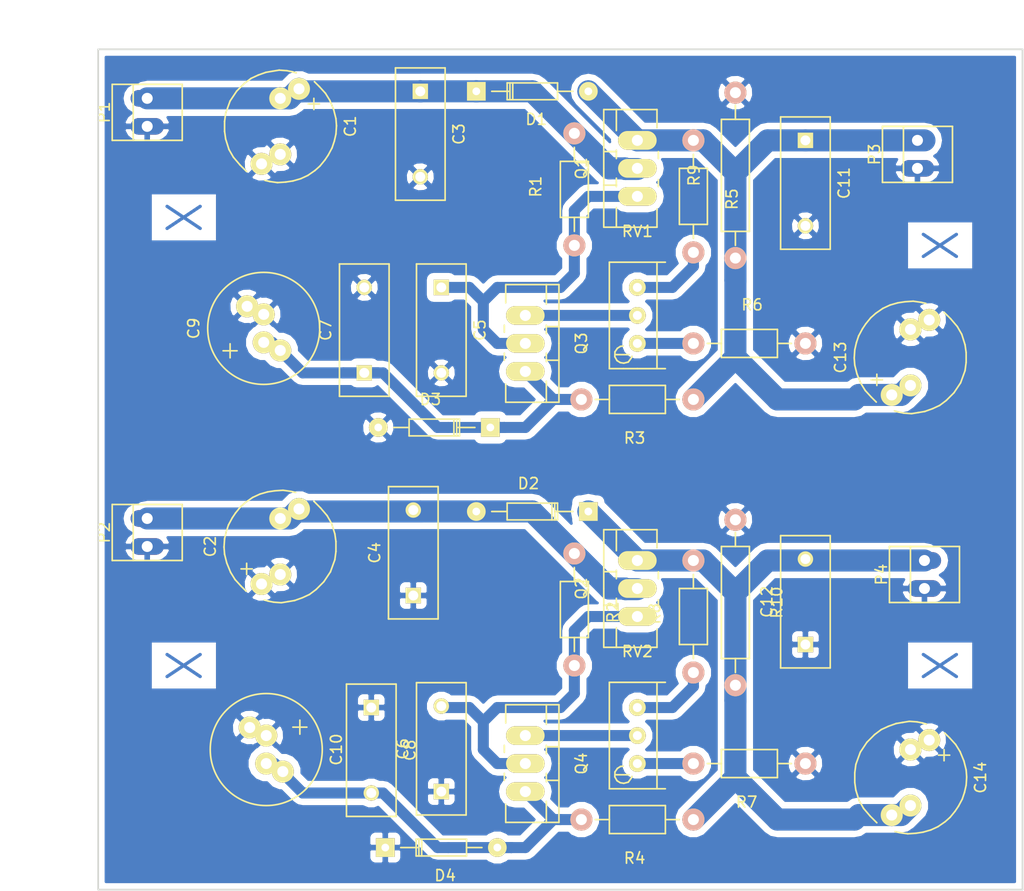
<source format=kicad_pcb>
(kicad_pcb (version 4) (host pcbnew 4.0.0-stable)

  (general
    (links 79)
    (no_connects 0)
    (area 17.480001 22.63 109.295001 101.70246)
    (thickness 1.6)
    (drawings 11)
    (tracks 134)
    (zones 0)
    (modules 38)
    (nets 16)
  )

  (page A4)
  (layers
    (0 F.Cu signal)
    (31 B.Cu signal)
    (32 B.Adhes user)
    (33 F.Adhes user)
    (34 B.Paste user)
    (35 F.Paste user)
    (36 B.SilkS user)
    (37 F.SilkS user)
    (38 B.Mask user)
    (39 F.Mask user)
    (40 Dwgs.User user)
    (41 Cmts.User user)
    (42 Eco1.User user)
    (43 Eco2.User user)
    (44 Edge.Cuts user)
    (45 Margin user)
    (46 B.CrtYd user)
    (47 F.CrtYd user)
    (48 B.Fab user)
    (49 F.Fab user)
  )

  (setup
    (last_trace_width 1)
    (trace_clearance 0.6)
    (zone_clearance 0.508)
    (zone_45_only no)
    (trace_min 0.2)
    (segment_width 0.2)
    (edge_width 0.15)
    (via_size 0.6)
    (via_drill 0.4)
    (via_min_size 0.4)
    (via_min_drill 0.3)
    (uvia_size 0.3)
    (uvia_drill 0.1)
    (uvias_allowed no)
    (uvia_min_size 0.2)
    (uvia_min_drill 0.1)
    (pcb_text_width 0.3)
    (pcb_text_size 1.5 1.5)
    (mod_edge_width 0.15)
    (mod_text_size 1 1)
    (mod_text_width 0.15)
    (pad_size 1.524 1.524)
    (pad_drill 0.762)
    (pad_to_mask_clearance 0.2)
    (aux_axis_origin 0 0)
    (visible_elements 7FFFFFFF)
    (pcbplotparams
      (layerselection 0x00030_80000001)
      (usegerberextensions false)
      (excludeedgelayer true)
      (linewidth 0.100000)
      (plotframeref false)
      (viasonmask false)
      (mode 1)
      (useauxorigin false)
      (hpglpennumber 1)
      (hpglpenspeed 20)
      (hpglpendiameter 15)
      (hpglpenoverlay 2)
      (psnegative false)
      (psa4output false)
      (plotreference true)
      (plotvalue true)
      (plotinvisibletext false)
      (padsonsilk false)
      (subtractmaskfromsilk false)
      (outputformat 1)
      (mirror false)
      (drillshape 1)
      (scaleselection 1)
      (outputdirectory ""))
  )

  (net 0 "")
  (net 1 "63-75V(+)")
  (net 2 COM)
  (net 3 VCC)
  (net 4 "63-75V(-)")
  (net 5 "Net-(C10-Pad2)")
  (net 6 VEE)
  (net 7 "Net-(Q3-Pad1)")
  (net 8 "Net-(C5-Pad1)")
  (net 9 "Net-(C6-Pad2)")
  (net 10 "Net-(C7-Pad1)")
  (net 11 "Net-(Q4-Pad1)")
  (net 12 "Net-(R5-Pad2)")
  (net 13 "Net-(R6-Pad1)")
  (net 14 "Net-(R7-Pad2)")
  (net 15 "Net-(R8-Pad1)")

  (net_class Default "This is the default net class."
    (clearance 0.6)
    (trace_width 1)
    (via_dia 0.6)
    (via_drill 0.4)
    (uvia_dia 0.3)
    (uvia_drill 0.1)
    (add_net "Net-(C10-Pad2)")
    (add_net "Net-(C5-Pad1)")
    (add_net "Net-(C6-Pad2)")
    (add_net "Net-(C7-Pad1)")
    (add_net "Net-(Q3-Pad1)")
    (add_net "Net-(Q4-Pad1)")
    (add_net "Net-(R5-Pad2)")
    (add_net "Net-(R6-Pad1)")
    (add_net "Net-(R7-Pad2)")
    (add_net "Net-(R8-Pad1)")
  )

  (net_class Large ""
    (clearance 0.6)
    (trace_width 2)
    (via_dia 0.6)
    (via_drill 0.4)
    (uvia_dia 0.3)
    (uvia_drill 0.1)
    (add_net "63-75V(+)")
    (add_net "63-75V(-)")
    (add_net COM)
    (add_net VCC)
    (add_net VEE)
  )

  (module Diodes_ThroughHole:Diode_DO-35_SOD27_Horizontal_RM10 placed (layer F.Cu) (tedit 552FFC30) (tstamp 5663F76D)
    (at 59.69 29.21)
    (descr "Diode, DO-35,  SOD27, Horizontal, RM 10mm")
    (tags "Diode, DO-35, SOD27, Horizontal, RM 10mm, 1N4148,")
    (path /5656CE36)
    (fp_text reference D1 (at 5.43052 2.53746) (layer F.SilkS)
      (effects (font (size 1 1) (thickness 0.15)))
    )
    (fp_text value D (at 4.41452 -3.55854) (layer F.Fab)
      (effects (font (size 1 1) (thickness 0.15)))
    )
    (fp_line (start 7.36652 -0.00254) (end 8.76352 -0.00254) (layer F.SilkS) (width 0.15))
    (fp_line (start 2.92152 -0.00254) (end 1.39752 -0.00254) (layer F.SilkS) (width 0.15))
    (fp_line (start 3.30252 -0.76454) (end 3.30252 0.75946) (layer F.SilkS) (width 0.15))
    (fp_line (start 3.04852 -0.76454) (end 3.04852 0.75946) (layer F.SilkS) (width 0.15))
    (fp_line (start 2.79452 -0.00254) (end 2.79452 0.75946) (layer F.SilkS) (width 0.15))
    (fp_line (start 2.79452 0.75946) (end 7.36652 0.75946) (layer F.SilkS) (width 0.15))
    (fp_line (start 7.36652 0.75946) (end 7.36652 -0.76454) (layer F.SilkS) (width 0.15))
    (fp_line (start 7.36652 -0.76454) (end 2.79452 -0.76454) (layer F.SilkS) (width 0.15))
    (fp_line (start 2.79452 -0.76454) (end 2.79452 -0.00254) (layer F.SilkS) (width 0.15))
    (pad 2 thru_hole circle (at 10.16052 -0.00254 180) (size 1.69926 1.69926) (drill 0.70104) (layers *.Cu *.Mask F.SilkS)
      (net 3 VCC))
    (pad 1 thru_hole rect (at 0.00052 -0.00254 180) (size 1.69926 1.69926) (drill 0.70104) (layers *.Cu *.Mask F.SilkS)
      (net 1 "63-75V(+)"))
    (model Diodes_ThroughHole.3dshapes/Diode_DO-35_SOD27_Horizontal_RM10.wrl
      (at (xyz 0.2 0 0))
      (scale (xyz 0.4 0.4 0.4))
      (rotate (xyz 0 0 180))
    )
  )

  (module Diodes_ThroughHole:Diode_DO-35_SOD27_Horizontal_RM10 placed (layer F.Cu) (tedit 552FFC30) (tstamp 5663F773)
    (at 69.85 67.31 180)
    (descr "Diode, DO-35,  SOD27, Horizontal, RM 10mm")
    (tags "Diode, DO-35, SOD27, Horizontal, RM 10mm, 1N4148,")
    (path /5656CECE)
    (fp_text reference D2 (at 5.43052 2.53746 180) (layer F.SilkS)
      (effects (font (size 1 1) (thickness 0.15)))
    )
    (fp_text value D (at 4.41452 -3.55854 180) (layer F.Fab)
      (effects (font (size 1 1) (thickness 0.15)))
    )
    (fp_line (start 7.36652 -0.00254) (end 8.76352 -0.00254) (layer F.SilkS) (width 0.15))
    (fp_line (start 2.92152 -0.00254) (end 1.39752 -0.00254) (layer F.SilkS) (width 0.15))
    (fp_line (start 3.30252 -0.76454) (end 3.30252 0.75946) (layer F.SilkS) (width 0.15))
    (fp_line (start 3.04852 -0.76454) (end 3.04852 0.75946) (layer F.SilkS) (width 0.15))
    (fp_line (start 2.79452 -0.00254) (end 2.79452 0.75946) (layer F.SilkS) (width 0.15))
    (fp_line (start 2.79452 0.75946) (end 7.36652 0.75946) (layer F.SilkS) (width 0.15))
    (fp_line (start 7.36652 0.75946) (end 7.36652 -0.76454) (layer F.SilkS) (width 0.15))
    (fp_line (start 7.36652 -0.76454) (end 2.79452 -0.76454) (layer F.SilkS) (width 0.15))
    (fp_line (start 2.79452 -0.76454) (end 2.79452 -0.00254) (layer F.SilkS) (width 0.15))
    (pad 2 thru_hole circle (at 10.16052 -0.00254) (size 1.69926 1.69926) (drill 0.70104) (layers *.Cu *.Mask F.SilkS)
      (net 4 "63-75V(-)"))
    (pad 1 thru_hole rect (at 0.00052 -0.00254) (size 1.69926 1.69926) (drill 0.70104) (layers *.Cu *.Mask F.SilkS)
      (net 6 VEE))
    (model Diodes_ThroughHole.3dshapes/Diode_DO-35_SOD27_Horizontal_RM10.wrl
      (at (xyz 0.2 0 0))
      (scale (xyz 0.4 0.4 0.4))
      (rotate (xyz 0 0 180))
    )
  )

  (module Diodes_ThroughHole:Diode_DO-35_SOD27_Horizontal_RM10 placed (layer F.Cu) (tedit 552FFC30) (tstamp 5663F779)
    (at 51.435 97.79)
    (descr "Diode, DO-35,  SOD27, Horizontal, RM 10mm")
    (tags "Diode, DO-35, SOD27, Horizontal, RM 10mm, 1N4148,")
    (path /565685E0)
    (fp_text reference D4 (at 5.43052 2.53746) (layer F.SilkS)
      (effects (font (size 1 1) (thickness 0.15)))
    )
    (fp_text value ZENER (at 4.41452 -3.55854) (layer F.Fab)
      (effects (font (size 1 1) (thickness 0.15)))
    )
    (fp_line (start 7.36652 -0.00254) (end 8.76352 -0.00254) (layer F.SilkS) (width 0.15))
    (fp_line (start 2.92152 -0.00254) (end 1.39752 -0.00254) (layer F.SilkS) (width 0.15))
    (fp_line (start 3.30252 -0.76454) (end 3.30252 0.75946) (layer F.SilkS) (width 0.15))
    (fp_line (start 3.04852 -0.76454) (end 3.04852 0.75946) (layer F.SilkS) (width 0.15))
    (fp_line (start 2.79452 -0.00254) (end 2.79452 0.75946) (layer F.SilkS) (width 0.15))
    (fp_line (start 2.79452 0.75946) (end 7.36652 0.75946) (layer F.SilkS) (width 0.15))
    (fp_line (start 7.36652 0.75946) (end 7.36652 -0.76454) (layer F.SilkS) (width 0.15))
    (fp_line (start 7.36652 -0.76454) (end 2.79452 -0.76454) (layer F.SilkS) (width 0.15))
    (fp_line (start 2.79452 -0.76454) (end 2.79452 -0.00254) (layer F.SilkS) (width 0.15))
    (pad 2 thru_hole circle (at 10.16052 -0.00254 180) (size 1.69926 1.69926) (drill 0.70104) (layers *.Cu *.Mask F.SilkS)
      (net 5 "Net-(C10-Pad2)"))
    (pad 1 thru_hole rect (at 0.00052 -0.00254 180) (size 1.69926 1.69926) (drill 0.70104) (layers *.Cu *.Mask F.SilkS)
      (net 2 COM))
    (model Diodes_ThroughHole.3dshapes/Diode_DO-35_SOD27_Horizontal_RM10.wrl
      (at (xyz 0.2 0 0))
      (scale (xyz 0.4 0.4 0.4))
      (rotate (xyz 0 0 180))
    )
  )

  (module Resistors_ThroughHole:Resistor_Horizontal_RM10mm placed (layer F.Cu) (tedit 53F56209) (tstamp 5663F78C)
    (at 68.58 38.1 90)
    (descr "Resistor, Axial,  RM 10mm, 1/3W,")
    (tags "Resistor, Axial, RM 10mm, 1/3W,")
    (path /5663F666)
    (fp_text reference R1 (at 0.24892 -3.50012 90) (layer F.SilkS)
      (effects (font (size 1 1) (thickness 0.15)))
    )
    (fp_text value 18k (at 3.81 3.81 90) (layer F.Fab)
      (effects (font (size 1 1) (thickness 0.15)))
    )
    (fp_line (start -2.54 -1.27) (end 2.54 -1.27) (layer F.SilkS) (width 0.15))
    (fp_line (start 2.54 -1.27) (end 2.54 1.27) (layer F.SilkS) (width 0.15))
    (fp_line (start 2.54 1.27) (end -2.54 1.27) (layer F.SilkS) (width 0.15))
    (fp_line (start -2.54 1.27) (end -2.54 -1.27) (layer F.SilkS) (width 0.15))
    (fp_line (start -2.54 0) (end -3.81 0) (layer F.SilkS) (width 0.15))
    (fp_line (start 2.54 0) (end 3.81 0) (layer F.SilkS) (width 0.15))
    (pad 1 thru_hole circle (at -5.08 0 90) (size 1.99898 1.99898) (drill 1.00076) (layers *.Cu *.SilkS *.Mask)
      (net 8 "Net-(C5-Pad1)"))
    (pad 2 thru_hole circle (at 5.08 0 90) (size 1.99898 1.99898) (drill 1.00076) (layers *.Cu *.SilkS *.Mask)
      (net 1 "63-75V(+)"))
    (model Resistors_ThroughHole.3dshapes/Resistor_Horizontal_RM10mm.wrl
      (at (xyz 0 0 0))
      (scale (xyz 0.4 0.4 0.4))
      (rotate (xyz 0 0 0))
    )
  )

  (module Resistors_ThroughHole:Resistor_Horizontal_RM10mm placed (layer F.Cu) (tedit 53F56209) (tstamp 5663F792)
    (at 68.58 76.2 270)
    (descr "Resistor, Axial,  RM 10mm, 1/3W,")
    (tags "Resistor, Axial, RM 10mm, 1/3W,")
    (path /5667D780)
    (fp_text reference R2 (at 0.24892 -3.50012 270) (layer F.SilkS)
      (effects (font (size 1 1) (thickness 0.15)))
    )
    (fp_text value 18k (at 3.81 3.81 270) (layer F.Fab)
      (effects (font (size 1 1) (thickness 0.15)))
    )
    (fp_line (start -2.54 -1.27) (end 2.54 -1.27) (layer F.SilkS) (width 0.15))
    (fp_line (start 2.54 -1.27) (end 2.54 1.27) (layer F.SilkS) (width 0.15))
    (fp_line (start 2.54 1.27) (end -2.54 1.27) (layer F.SilkS) (width 0.15))
    (fp_line (start -2.54 1.27) (end -2.54 -1.27) (layer F.SilkS) (width 0.15))
    (fp_line (start -2.54 0) (end -3.81 0) (layer F.SilkS) (width 0.15))
    (fp_line (start 2.54 0) (end 3.81 0) (layer F.SilkS) (width 0.15))
    (pad 1 thru_hole circle (at -5.08 0 270) (size 1.99898 1.99898) (drill 1.00076) (layers *.Cu *.SilkS *.Mask)
      (net 4 "63-75V(-)"))
    (pad 2 thru_hole circle (at 5.08 0 270) (size 1.99898 1.99898) (drill 1.00076) (layers *.Cu *.SilkS *.Mask)
      (net 9 "Net-(C6-Pad2)"))
    (model Resistors_ThroughHole.3dshapes/Resistor_Horizontal_RM10mm.wrl
      (at (xyz 0 0 0))
      (scale (xyz 0.4 0.4 0.4))
      (rotate (xyz 0 0 0))
    )
  )

  (module Resistors_ThroughHole:Resistor_Horizontal_RM10mm placed (layer F.Cu) (tedit 53F56209) (tstamp 5663F798)
    (at 74.295 57.15 180)
    (descr "Resistor, Axial,  RM 10mm, 1/3W,")
    (tags "Resistor, Axial, RM 10mm, 1/3W,")
    (path /565EE98A)
    (fp_text reference R3 (at 0.24892 -3.50012 180) (layer F.SilkS)
      (effects (font (size 1 1) (thickness 0.15)))
    )
    (fp_text value 4.3k (at 3.81 3.81 180) (layer F.Fab)
      (effects (font (size 1 1) (thickness 0.15)))
    )
    (fp_line (start -2.54 -1.27) (end 2.54 -1.27) (layer F.SilkS) (width 0.15))
    (fp_line (start 2.54 -1.27) (end 2.54 1.27) (layer F.SilkS) (width 0.15))
    (fp_line (start 2.54 1.27) (end -2.54 1.27) (layer F.SilkS) (width 0.15))
    (fp_line (start -2.54 1.27) (end -2.54 -1.27) (layer F.SilkS) (width 0.15))
    (fp_line (start -2.54 0) (end -3.81 0) (layer F.SilkS) (width 0.15))
    (fp_line (start 2.54 0) (end 3.81 0) (layer F.SilkS) (width 0.15))
    (pad 1 thru_hole circle (at -5.08 0 180) (size 1.99898 1.99898) (drill 1.00076) (layers *.Cu *.SilkS *.Mask)
      (net 3 VCC))
    (pad 2 thru_hole circle (at 5.08 0 180) (size 1.99898 1.99898) (drill 1.00076) (layers *.Cu *.SilkS *.Mask)
      (net 10 "Net-(C7-Pad1)"))
    (model Resistors_ThroughHole.3dshapes/Resistor_Horizontal_RM10mm.wrl
      (at (xyz 0 0 0))
      (scale (xyz 0.4 0.4 0.4))
      (rotate (xyz 0 0 0))
    )
  )

  (module Resistors_ThroughHole:Resistor_Horizontal_RM10mm placed (layer F.Cu) (tedit 53F56209) (tstamp 5663F79E)
    (at 74.295 95.25 180)
    (descr "Resistor, Axial,  RM 10mm, 1/3W,")
    (tags "Resistor, Axial, RM 10mm, 1/3W,")
    (path /5667D752)
    (fp_text reference R4 (at 0.24892 -3.50012 180) (layer F.SilkS)
      (effects (font (size 1 1) (thickness 0.15)))
    )
    (fp_text value 4.3k (at 3.81 3.81 180) (layer F.Fab)
      (effects (font (size 1 1) (thickness 0.15)))
    )
    (fp_line (start -2.54 -1.27) (end 2.54 -1.27) (layer F.SilkS) (width 0.15))
    (fp_line (start 2.54 -1.27) (end 2.54 1.27) (layer F.SilkS) (width 0.15))
    (fp_line (start 2.54 1.27) (end -2.54 1.27) (layer F.SilkS) (width 0.15))
    (fp_line (start -2.54 1.27) (end -2.54 -1.27) (layer F.SilkS) (width 0.15))
    (fp_line (start -2.54 0) (end -3.81 0) (layer F.SilkS) (width 0.15))
    (fp_line (start 2.54 0) (end 3.81 0) (layer F.SilkS) (width 0.15))
    (pad 1 thru_hole circle (at -5.08 0 180) (size 1.99898 1.99898) (drill 1.00076) (layers *.Cu *.SilkS *.Mask)
      (net 6 VEE))
    (pad 2 thru_hole circle (at 5.08 0 180) (size 1.99898 1.99898) (drill 1.00076) (layers *.Cu *.SilkS *.Mask)
      (net 5 "Net-(C10-Pad2)"))
    (model Resistors_ThroughHole.3dshapes/Resistor_Horizontal_RM10mm.wrl
      (at (xyz 0 0 0))
      (scale (xyz 0.4 0.4 0.4))
      (rotate (xyz 0 0 0))
    )
  )

  (module Resistors_ThroughHole:Resistor_Horizontal_RM10mm placed (layer F.Cu) (tedit 53F56209) (tstamp 5663F7A4)
    (at 79.375 38.735 270)
    (descr "Resistor, Axial,  RM 10mm, 1/3W,")
    (tags "Resistor, Axial, RM 10mm, 1/3W,")
    (path /56630003)
    (fp_text reference R5 (at 0.24892 -3.50012 270) (layer F.SilkS)
      (effects (font (size 1 1) (thickness 0.15)))
    )
    (fp_text value 20k (at 3.81 3.81 270) (layer F.Fab)
      (effects (font (size 1 1) (thickness 0.15)))
    )
    (fp_line (start -2.54 -1.27) (end 2.54 -1.27) (layer F.SilkS) (width 0.15))
    (fp_line (start 2.54 -1.27) (end 2.54 1.27) (layer F.SilkS) (width 0.15))
    (fp_line (start 2.54 1.27) (end -2.54 1.27) (layer F.SilkS) (width 0.15))
    (fp_line (start -2.54 1.27) (end -2.54 -1.27) (layer F.SilkS) (width 0.15))
    (fp_line (start -2.54 0) (end -3.81 0) (layer F.SilkS) (width 0.15))
    (fp_line (start 2.54 0) (end 3.81 0) (layer F.SilkS) (width 0.15))
    (pad 1 thru_hole circle (at -5.08 0 270) (size 1.99898 1.99898) (drill 1.00076) (layers *.Cu *.SilkS *.Mask)
      (net 3 VCC))
    (pad 2 thru_hole circle (at 5.08 0 270) (size 1.99898 1.99898) (drill 1.00076) (layers *.Cu *.SilkS *.Mask)
      (net 12 "Net-(R5-Pad2)"))
    (model Resistors_ThroughHole.3dshapes/Resistor_Horizontal_RM10mm.wrl
      (at (xyz 0 0 0))
      (scale (xyz 0.4 0.4 0.4))
      (rotate (xyz 0 0 0))
    )
  )

  (module Resistors_ThroughHole:Resistor_Horizontal_RM10mm placed (layer F.Cu) (tedit 53F56209) (tstamp 5663F7AA)
    (at 84.455 52.07)
    (descr "Resistor, Axial,  RM 10mm, 1/3W,")
    (tags "Resistor, Axial, RM 10mm, 1/3W,")
    (path /5656B7DB)
    (fp_text reference R6 (at 0.24892 -3.50012) (layer F.SilkS)
      (effects (font (size 1 1) (thickness 0.15)))
    )
    (fp_text value 27k (at 3.81 3.81) (layer F.Fab)
      (effects (font (size 1 1) (thickness 0.15)))
    )
    (fp_line (start -2.54 -1.27) (end 2.54 -1.27) (layer F.SilkS) (width 0.15))
    (fp_line (start 2.54 -1.27) (end 2.54 1.27) (layer F.SilkS) (width 0.15))
    (fp_line (start 2.54 1.27) (end -2.54 1.27) (layer F.SilkS) (width 0.15))
    (fp_line (start -2.54 1.27) (end -2.54 -1.27) (layer F.SilkS) (width 0.15))
    (fp_line (start -2.54 0) (end -3.81 0) (layer F.SilkS) (width 0.15))
    (fp_line (start 2.54 0) (end 3.81 0) (layer F.SilkS) (width 0.15))
    (pad 1 thru_hole circle (at -5.08 0) (size 1.99898 1.99898) (drill 1.00076) (layers *.Cu *.SilkS *.Mask)
      (net 13 "Net-(R6-Pad1)"))
    (pad 2 thru_hole circle (at 5.08 0) (size 1.99898 1.99898) (drill 1.00076) (layers *.Cu *.SilkS *.Mask)
      (net 2 COM))
    (model Resistors_ThroughHole.3dshapes/Resistor_Horizontal_RM10mm.wrl
      (at (xyz 0 0 0))
      (scale (xyz 0.4 0.4 0.4))
      (rotate (xyz 0 0 0))
    )
  )

  (module Resistors_ThroughHole:Resistor_Horizontal_RM10mm placed (layer F.Cu) (tedit 53F56209) (tstamp 5663F7B0)
    (at 84.455 90.17 180)
    (descr "Resistor, Axial,  RM 10mm, 1/3W,")
    (tags "Resistor, Axial, RM 10mm, 1/3W,")
    (path /5667D74B)
    (fp_text reference R7 (at 0.24892 -3.50012 180) (layer F.SilkS)
      (effects (font (size 1 1) (thickness 0.15)))
    )
    (fp_text value 27k (at 3.81 3.81 180) (layer F.Fab)
      (effects (font (size 1 1) (thickness 0.15)))
    )
    (fp_line (start -2.54 -1.27) (end 2.54 -1.27) (layer F.SilkS) (width 0.15))
    (fp_line (start 2.54 -1.27) (end 2.54 1.27) (layer F.SilkS) (width 0.15))
    (fp_line (start 2.54 1.27) (end -2.54 1.27) (layer F.SilkS) (width 0.15))
    (fp_line (start -2.54 1.27) (end -2.54 -1.27) (layer F.SilkS) (width 0.15))
    (fp_line (start -2.54 0) (end -3.81 0) (layer F.SilkS) (width 0.15))
    (fp_line (start 2.54 0) (end 3.81 0) (layer F.SilkS) (width 0.15))
    (pad 1 thru_hole circle (at -5.08 0 180) (size 1.99898 1.99898) (drill 1.00076) (layers *.Cu *.SilkS *.Mask)
      (net 2 COM))
    (pad 2 thru_hole circle (at 5.08 0 180) (size 1.99898 1.99898) (drill 1.00076) (layers *.Cu *.SilkS *.Mask)
      (net 14 "Net-(R7-Pad2)"))
    (model Resistors_ThroughHole.3dshapes/Resistor_Horizontal_RM10mm.wrl
      (at (xyz 0 0 0))
      (scale (xyz 0.4 0.4 0.4))
      (rotate (xyz 0 0 0))
    )
  )

  (module Resistors_ThroughHole:Resistor_Horizontal_RM10mm placed (layer F.Cu) (tedit 53F56209) (tstamp 5663F7B6)
    (at 79.375 76.835 90)
    (descr "Resistor, Axial,  RM 10mm, 1/3W,")
    (tags "Resistor, Axial, RM 10mm, 1/3W,")
    (path /5667D770)
    (fp_text reference R8 (at 0.24892 -3.50012 90) (layer F.SilkS)
      (effects (font (size 1 1) (thickness 0.15)))
    )
    (fp_text value 20k (at 3.81 3.81 90) (layer F.Fab)
      (effects (font (size 1 1) (thickness 0.15)))
    )
    (fp_line (start -2.54 -1.27) (end 2.54 -1.27) (layer F.SilkS) (width 0.15))
    (fp_line (start 2.54 -1.27) (end 2.54 1.27) (layer F.SilkS) (width 0.15))
    (fp_line (start 2.54 1.27) (end -2.54 1.27) (layer F.SilkS) (width 0.15))
    (fp_line (start -2.54 1.27) (end -2.54 -1.27) (layer F.SilkS) (width 0.15))
    (fp_line (start -2.54 0) (end -3.81 0) (layer F.SilkS) (width 0.15))
    (fp_line (start 2.54 0) (end 3.81 0) (layer F.SilkS) (width 0.15))
    (pad 1 thru_hole circle (at -5.08 0 90) (size 1.99898 1.99898) (drill 1.00076) (layers *.Cu *.SilkS *.Mask)
      (net 15 "Net-(R8-Pad1)"))
    (pad 2 thru_hole circle (at 5.08 0 90) (size 1.99898 1.99898) (drill 1.00076) (layers *.Cu *.SilkS *.Mask)
      (net 6 VEE))
    (model Resistors_ThroughHole.3dshapes/Resistor_Horizontal_RM10mm.wrl
      (at (xyz 0 0 0))
      (scale (xyz 0.4 0.4 0.4))
      (rotate (xyz 0 0 0))
    )
  )

  (module TO_SOT_Packages_THT:TO-220_Neutral123_Vertical_LargePads placed (layer F.Cu) (tedit 0) (tstamp 5663F9B1)
    (at 74.295 36.195 90)
    (descr "TO-220, Neutral, Vertical, Large Pads,")
    (tags "TO-220, Neutral, Vertical, Large Pads,")
    (path /5662AD5E)
    (fp_text reference Q1 (at 0 -5.08 90) (layer F.SilkS)
      (effects (font (size 1 1) (thickness 0.15)))
    )
    (fp_text value "NPN(TO-220-BCE)" (at 0 3.81 90) (layer F.Fab)
      (effects (font (size 1 1) (thickness 0.15)))
    )
    (fp_line (start 5.334 -1.905) (end 3.429 -1.905) (layer F.SilkS) (width 0.15))
    (fp_line (start 0.889 -1.905) (end 1.651 -1.905) (layer F.SilkS) (width 0.15))
    (fp_line (start -1.524 -1.905) (end -1.651 -1.905) (layer F.SilkS) (width 0.15))
    (fp_line (start -1.524 -1.905) (end -0.889 -1.905) (layer F.SilkS) (width 0.15))
    (fp_line (start -5.334 -1.905) (end -3.556 -1.905) (layer F.SilkS) (width 0.15))
    (fp_line (start -5.334 1.778) (end -3.683 1.778) (layer F.SilkS) (width 0.15))
    (fp_line (start -1.016 1.905) (end -1.651 1.905) (layer F.SilkS) (width 0.15))
    (fp_line (start 1.524 1.905) (end 0.889 1.905) (layer F.SilkS) (width 0.15))
    (fp_line (start 5.334 1.778) (end 3.683 1.778) (layer F.SilkS) (width 0.15))
    (fp_line (start -1.524 -3.048) (end -1.524 -1.905) (layer F.SilkS) (width 0.15))
    (fp_line (start 1.524 -3.048) (end 1.524 -1.905) (layer F.SilkS) (width 0.15))
    (fp_line (start 5.334 -1.905) (end 5.334 1.778) (layer F.SilkS) (width 0.15))
    (fp_line (start -5.334 1.778) (end -5.334 -1.905) (layer F.SilkS) (width 0.15))
    (fp_line (start 5.334 -3.048) (end 5.334 -1.905) (layer F.SilkS) (width 0.15))
    (fp_line (start -5.334 -1.905) (end -5.334 -3.048) (layer F.SilkS) (width 0.15))
    (fp_line (start 0 -3.048) (end -5.334 -3.048) (layer F.SilkS) (width 0.15))
    (fp_line (start 0 -3.048) (end 5.334 -3.048) (layer F.SilkS) (width 0.15))
    (pad 2 thru_hole oval (at 0 0 180) (size 3.50012 1.69926) (drill 1.00076) (layers *.Cu *.Mask F.SilkS)
      (net 1 "63-75V(+)"))
    (pad 1 thru_hole oval (at -2.54 0 180) (size 3.50012 1.69926) (drill 1.00076) (layers *.Cu *.Mask F.SilkS)
      (net 8 "Net-(C5-Pad1)"))
    (pad 3 thru_hole oval (at 2.54 0 180) (size 3.50012 1.69926) (drill 1.00076) (layers *.Cu *.Mask F.SilkS)
      (net 3 VCC))
    (model TO_SOT_Packages_THT.3dshapes/TO-220_Neutral123_Vertical_LargePads.wrl
      (at (xyz 0 0 0))
      (scale (xyz 0.3937 0.3937 0.3937))
      (rotate (xyz 0 0 0))
    )
  )

  (module TO_SOT_Packages_THT:TO-220_Neutral123_Vertical_LargePads placed (layer F.Cu) (tedit 0) (tstamp 5663F9B8)
    (at 74.295 74.295 90)
    (descr "TO-220, Neutral, Vertical, Large Pads,")
    (tags "TO-220, Neutral, Vertical, Large Pads,")
    (path /5662ACFB)
    (fp_text reference Q2 (at 0 -5.08 90) (layer F.SilkS)
      (effects (font (size 1 1) (thickness 0.15)))
    )
    (fp_text value "PNP(TO-220-BCE)" (at 0 3.81 90) (layer F.Fab)
      (effects (font (size 1 1) (thickness 0.15)))
    )
    (fp_line (start 5.334 -1.905) (end 3.429 -1.905) (layer F.SilkS) (width 0.15))
    (fp_line (start 0.889 -1.905) (end 1.651 -1.905) (layer F.SilkS) (width 0.15))
    (fp_line (start -1.524 -1.905) (end -1.651 -1.905) (layer F.SilkS) (width 0.15))
    (fp_line (start -1.524 -1.905) (end -0.889 -1.905) (layer F.SilkS) (width 0.15))
    (fp_line (start -5.334 -1.905) (end -3.556 -1.905) (layer F.SilkS) (width 0.15))
    (fp_line (start -5.334 1.778) (end -3.683 1.778) (layer F.SilkS) (width 0.15))
    (fp_line (start -1.016 1.905) (end -1.651 1.905) (layer F.SilkS) (width 0.15))
    (fp_line (start 1.524 1.905) (end 0.889 1.905) (layer F.SilkS) (width 0.15))
    (fp_line (start 5.334 1.778) (end 3.683 1.778) (layer F.SilkS) (width 0.15))
    (fp_line (start -1.524 -3.048) (end -1.524 -1.905) (layer F.SilkS) (width 0.15))
    (fp_line (start 1.524 -3.048) (end 1.524 -1.905) (layer F.SilkS) (width 0.15))
    (fp_line (start 5.334 -1.905) (end 5.334 1.778) (layer F.SilkS) (width 0.15))
    (fp_line (start -5.334 1.778) (end -5.334 -1.905) (layer F.SilkS) (width 0.15))
    (fp_line (start 5.334 -3.048) (end 5.334 -1.905) (layer F.SilkS) (width 0.15))
    (fp_line (start -5.334 -1.905) (end -5.334 -3.048) (layer F.SilkS) (width 0.15))
    (fp_line (start 0 -3.048) (end -5.334 -3.048) (layer F.SilkS) (width 0.15))
    (fp_line (start 0 -3.048) (end 5.334 -3.048) (layer F.SilkS) (width 0.15))
    (pad 2 thru_hole oval (at 0 0 180) (size 3.50012 1.69926) (drill 1.00076) (layers *.Cu *.Mask F.SilkS)
      (net 4 "63-75V(-)"))
    (pad 1 thru_hole oval (at -2.54 0 180) (size 3.50012 1.69926) (drill 1.00076) (layers *.Cu *.Mask F.SilkS)
      (net 9 "Net-(C6-Pad2)"))
    (pad 3 thru_hole oval (at 2.54 0 180) (size 3.50012 1.69926) (drill 1.00076) (layers *.Cu *.Mask F.SilkS)
      (net 6 VEE))
    (model TO_SOT_Packages_THT.3dshapes/TO-220_Neutral123_Vertical_LargePads.wrl
      (at (xyz 0 0 0))
      (scale (xyz 0.3937 0.3937 0.3937))
      (rotate (xyz 0 0 0))
    )
  )

  (module TO_SOT_Packages_THT:TO-220_Neutral123_Vertical_LargePads placed (layer F.Cu) (tedit 0) (tstamp 5663F9BF)
    (at 64.135 52.07 270)
    (descr "TO-220, Neutral, Vertical, Large Pads,")
    (tags "TO-220, Neutral, Vertical, Large Pads,")
    (path /566402EA)
    (fp_text reference Q3 (at 0 -5.08 270) (layer F.SilkS)
      (effects (font (size 1 1) (thickness 0.15)))
    )
    (fp_text value "NPN(TO-220-BCE)" (at 0 3.81 270) (layer F.Fab)
      (effects (font (size 1 1) (thickness 0.15)))
    )
    (fp_line (start 5.334 -1.905) (end 3.429 -1.905) (layer F.SilkS) (width 0.15))
    (fp_line (start 0.889 -1.905) (end 1.651 -1.905) (layer F.SilkS) (width 0.15))
    (fp_line (start -1.524 -1.905) (end -1.651 -1.905) (layer F.SilkS) (width 0.15))
    (fp_line (start -1.524 -1.905) (end -0.889 -1.905) (layer F.SilkS) (width 0.15))
    (fp_line (start -5.334 -1.905) (end -3.556 -1.905) (layer F.SilkS) (width 0.15))
    (fp_line (start -5.334 1.778) (end -3.683 1.778) (layer F.SilkS) (width 0.15))
    (fp_line (start -1.016 1.905) (end -1.651 1.905) (layer F.SilkS) (width 0.15))
    (fp_line (start 1.524 1.905) (end 0.889 1.905) (layer F.SilkS) (width 0.15))
    (fp_line (start 5.334 1.778) (end 3.683 1.778) (layer F.SilkS) (width 0.15))
    (fp_line (start -1.524 -3.048) (end -1.524 -1.905) (layer F.SilkS) (width 0.15))
    (fp_line (start 1.524 -3.048) (end 1.524 -1.905) (layer F.SilkS) (width 0.15))
    (fp_line (start 5.334 -1.905) (end 5.334 1.778) (layer F.SilkS) (width 0.15))
    (fp_line (start -5.334 1.778) (end -5.334 -1.905) (layer F.SilkS) (width 0.15))
    (fp_line (start 5.334 -3.048) (end 5.334 -1.905) (layer F.SilkS) (width 0.15))
    (fp_line (start -5.334 -1.905) (end -5.334 -3.048) (layer F.SilkS) (width 0.15))
    (fp_line (start 0 -3.048) (end -5.334 -3.048) (layer F.SilkS) (width 0.15))
    (fp_line (start 0 -3.048) (end 5.334 -3.048) (layer F.SilkS) (width 0.15))
    (pad 2 thru_hole oval (at 0 0) (size 3.50012 1.69926) (drill 1.00076) (layers *.Cu *.Mask F.SilkS)
      (net 8 "Net-(C5-Pad1)"))
    (pad 1 thru_hole oval (at -2.54 0) (size 3.50012 1.69926) (drill 1.00076) (layers *.Cu *.Mask F.SilkS)
      (net 7 "Net-(Q3-Pad1)"))
    (pad 3 thru_hole oval (at 2.54 0) (size 3.50012 1.69926) (drill 1.00076) (layers *.Cu *.Mask F.SilkS)
      (net 10 "Net-(C7-Pad1)"))
    (model TO_SOT_Packages_THT.3dshapes/TO-220_Neutral123_Vertical_LargePads.wrl
      (at (xyz 0 0 0))
      (scale (xyz 0.3937 0.3937 0.3937))
      (rotate (xyz 0 0 0))
    )
  )

  (module TO_SOT_Packages_THT:TO-220_Neutral123_Vertical_LargePads placed (layer F.Cu) (tedit 0) (tstamp 5663F9C6)
    (at 64.135 90.17 270)
    (descr "TO-220, Neutral, Vertical, Large Pads,")
    (tags "TO-220, Neutral, Vertical, Large Pads,")
    (path /56640DF7)
    (fp_text reference Q4 (at 0 -5.08 270) (layer F.SilkS)
      (effects (font (size 1 1) (thickness 0.15)))
    )
    (fp_text value "PNP(TO-220-BCE)" (at 0 3.81 270) (layer F.Fab)
      (effects (font (size 1 1) (thickness 0.15)))
    )
    (fp_line (start 5.334 -1.905) (end 3.429 -1.905) (layer F.SilkS) (width 0.15))
    (fp_line (start 0.889 -1.905) (end 1.651 -1.905) (layer F.SilkS) (width 0.15))
    (fp_line (start -1.524 -1.905) (end -1.651 -1.905) (layer F.SilkS) (width 0.15))
    (fp_line (start -1.524 -1.905) (end -0.889 -1.905) (layer F.SilkS) (width 0.15))
    (fp_line (start -5.334 -1.905) (end -3.556 -1.905) (layer F.SilkS) (width 0.15))
    (fp_line (start -5.334 1.778) (end -3.683 1.778) (layer F.SilkS) (width 0.15))
    (fp_line (start -1.016 1.905) (end -1.651 1.905) (layer F.SilkS) (width 0.15))
    (fp_line (start 1.524 1.905) (end 0.889 1.905) (layer F.SilkS) (width 0.15))
    (fp_line (start 5.334 1.778) (end 3.683 1.778) (layer F.SilkS) (width 0.15))
    (fp_line (start -1.524 -3.048) (end -1.524 -1.905) (layer F.SilkS) (width 0.15))
    (fp_line (start 1.524 -3.048) (end 1.524 -1.905) (layer F.SilkS) (width 0.15))
    (fp_line (start 5.334 -1.905) (end 5.334 1.778) (layer F.SilkS) (width 0.15))
    (fp_line (start -5.334 1.778) (end -5.334 -1.905) (layer F.SilkS) (width 0.15))
    (fp_line (start 5.334 -3.048) (end 5.334 -1.905) (layer F.SilkS) (width 0.15))
    (fp_line (start -5.334 -1.905) (end -5.334 -3.048) (layer F.SilkS) (width 0.15))
    (fp_line (start 0 -3.048) (end -5.334 -3.048) (layer F.SilkS) (width 0.15))
    (fp_line (start 0 -3.048) (end 5.334 -3.048) (layer F.SilkS) (width 0.15))
    (pad 2 thru_hole oval (at 0 0) (size 3.50012 1.69926) (drill 1.00076) (layers *.Cu *.Mask F.SilkS)
      (net 9 "Net-(C6-Pad2)"))
    (pad 1 thru_hole oval (at -2.54 0) (size 3.50012 1.69926) (drill 1.00076) (layers *.Cu *.Mask F.SilkS)
      (net 11 "Net-(Q4-Pad1)"))
    (pad 3 thru_hole oval (at 2.54 0) (size 3.50012 1.69926) (drill 1.00076) (layers *.Cu *.Mask F.SilkS)
      (net 5 "Net-(C10-Pad2)"))
    (model TO_SOT_Packages_THT.3dshapes/TO-220_Neutral123_Vertical_LargePads.wrl
      (at (xyz 0 0 0))
      (scale (xyz 0.3937 0.3937 0.3937))
      (rotate (xyz 0 0 0))
    )
  )

  (module Potentiometers:Potentiometer_Bourns_3296W_3-8Zoll_Inline_ScrewUp placed (layer F.Cu) (tedit 54130B3D) (tstamp 5663F9CD)
    (at 74.295 52.07)
    (descr "3296, 3/8, Square, Trimpot, Trimming, Potentiometer, Bourns")
    (tags "3296, 3/8, Square, Trimpot, Trimming, Potentiometer, Bourns")
    (path /5662FAC9)
    (fp_text reference RV1 (at 0 -10.16) (layer F.SilkS)
      (effects (font (size 1 1) (thickness 0.15)))
    )
    (fp_text value 10k (at 1.27 5.08) (layer F.Fab)
      (effects (font (size 1 1) (thickness 0.15)))
    )
    (fp_line (start -2.032 1.016) (end -0.762 1.016) (layer F.SilkS) (width 0.15))
    (fp_line (start -1.2827 0.2286) (end -1.5367 0.2667) (layer F.SilkS) (width 0.15))
    (fp_line (start -1.5367 0.2667) (end -1.8161 0.4445) (layer F.SilkS) (width 0.15))
    (fp_line (start -1.8161 0.4445) (end -2.032 0.762) (layer F.SilkS) (width 0.15))
    (fp_line (start -2.032 0.762) (end -2.0447 1.2065) (layer F.SilkS) (width 0.15))
    (fp_line (start -2.0447 1.2065) (end -1.8415 1.5621) (layer F.SilkS) (width 0.15))
    (fp_line (start -1.8415 1.5621) (end -1.5494 1.7399) (layer F.SilkS) (width 0.15))
    (fp_line (start -1.5494 1.7399) (end -1.2319 1.7907) (layer F.SilkS) (width 0.15))
    (fp_line (start -1.2319 1.7907) (end -0.8255 1.6891) (layer F.SilkS) (width 0.15))
    (fp_line (start -0.8255 1.6891) (end -0.5715 1.3462) (layer F.SilkS) (width 0.15))
    (fp_line (start -0.5715 1.3462) (end -0.4826 1.1684) (layer F.SilkS) (width 0.15))
    (fp_line (start 1.778 -7.366) (end 1.778 2.286) (layer F.SilkS) (width 0.15))
    (fp_line (start -1.27 2.286) (end -2.54 2.286) (layer F.SilkS) (width 0.15))
    (fp_line (start -2.54 2.286) (end -2.54 -7.366) (layer F.SilkS) (width 0.15))
    (fp_line (start -2.54 -7.366) (end 2.54 -7.366) (layer F.SilkS) (width 0.15))
    (fp_line (start 2.54 2.286) (end 0 2.286) (layer F.SilkS) (width 0.15))
    (fp_line (start 0 2.286) (end -1.27 2.286) (layer F.SilkS) (width 0.15))
    (pad 2 thru_hole circle (at 0 -2.54) (size 1.524 1.524) (drill 0.8128) (layers *.Cu *.Mask F.SilkS)
      (net 7 "Net-(Q3-Pad1)"))
    (pad 3 thru_hole circle (at 0 -5.08) (size 1.524 1.524) (drill 0.8128) (layers *.Cu *.Mask F.SilkS)
      (net 12 "Net-(R5-Pad2)"))
    (pad 1 thru_hole circle (at 0 0) (size 1.524 1.524) (drill 0.8128) (layers *.Cu *.Mask F.SilkS)
      (net 13 "Net-(R6-Pad1)"))
    (model Potentiometers.3dshapes/Potentiometer_Bourns_3296W_3-8Zoll_Inline_ScrewUp.wrl
      (at (xyz 0 0 0))
      (scale (xyz 1 1 1))
      (rotate (xyz 0 0 0))
    )
  )

  (module Potentiometers:Potentiometer_Bourns_3296W_3-8Zoll_Inline_ScrewUp placed (layer F.Cu) (tedit 54130B3D) (tstamp 5663F9D4)
    (at 74.295 90.17)
    (descr "3296, 3/8, Square, Trimpot, Trimming, Potentiometer, Bourns")
    (tags "3296, 3/8, Square, Trimpot, Trimming, Potentiometer, Bourns")
    (path /5667D769)
    (fp_text reference RV2 (at 0 -10.16) (layer F.SilkS)
      (effects (font (size 1 1) (thickness 0.15)))
    )
    (fp_text value 10k (at 1.27 5.08) (layer F.Fab)
      (effects (font (size 1 1) (thickness 0.15)))
    )
    (fp_line (start -2.032 1.016) (end -0.762 1.016) (layer F.SilkS) (width 0.15))
    (fp_line (start -1.2827 0.2286) (end -1.5367 0.2667) (layer F.SilkS) (width 0.15))
    (fp_line (start -1.5367 0.2667) (end -1.8161 0.4445) (layer F.SilkS) (width 0.15))
    (fp_line (start -1.8161 0.4445) (end -2.032 0.762) (layer F.SilkS) (width 0.15))
    (fp_line (start -2.032 0.762) (end -2.0447 1.2065) (layer F.SilkS) (width 0.15))
    (fp_line (start -2.0447 1.2065) (end -1.8415 1.5621) (layer F.SilkS) (width 0.15))
    (fp_line (start -1.8415 1.5621) (end -1.5494 1.7399) (layer F.SilkS) (width 0.15))
    (fp_line (start -1.5494 1.7399) (end -1.2319 1.7907) (layer F.SilkS) (width 0.15))
    (fp_line (start -1.2319 1.7907) (end -0.8255 1.6891) (layer F.SilkS) (width 0.15))
    (fp_line (start -0.8255 1.6891) (end -0.5715 1.3462) (layer F.SilkS) (width 0.15))
    (fp_line (start -0.5715 1.3462) (end -0.4826 1.1684) (layer F.SilkS) (width 0.15))
    (fp_line (start 1.778 -7.366) (end 1.778 2.286) (layer F.SilkS) (width 0.15))
    (fp_line (start -1.27 2.286) (end -2.54 2.286) (layer F.SilkS) (width 0.15))
    (fp_line (start -2.54 2.286) (end -2.54 -7.366) (layer F.SilkS) (width 0.15))
    (fp_line (start -2.54 -7.366) (end 2.54 -7.366) (layer F.SilkS) (width 0.15))
    (fp_line (start 2.54 2.286) (end 0 2.286) (layer F.SilkS) (width 0.15))
    (fp_line (start 0 2.286) (end -1.27 2.286) (layer F.SilkS) (width 0.15))
    (pad 2 thru_hole circle (at 0 -2.54) (size 1.524 1.524) (drill 0.8128) (layers *.Cu *.Mask F.SilkS)
      (net 11 "Net-(Q4-Pad1)"))
    (pad 3 thru_hole circle (at 0 -5.08) (size 1.524 1.524) (drill 0.8128) (layers *.Cu *.Mask F.SilkS)
      (net 15 "Net-(R8-Pad1)"))
    (pad 1 thru_hole circle (at 0 0) (size 1.524 1.524) (drill 0.8128) (layers *.Cu *.Mask F.SilkS)
      (net 14 "Net-(R7-Pad2)"))
    (model Potentiometers.3dshapes/Potentiometer_Bourns_3296W_3-8Zoll_Inline_ScrewUp.wrl
      (at (xyz 0 0 0))
      (scale (xyz 1 1 1))
      (rotate (xyz 0 0 0))
    )
  )

  (module Connect:PINHEAD1-2 (layer F.Cu) (tedit 0) (tstamp 56646021)
    (at 29.845 69.215 90)
    (path /56644019)
    (attr virtual)
    (fp_text reference P2 (at 0 -3.9 90) (layer F.SilkS)
      (effects (font (size 1 1) (thickness 0.15)))
    )
    (fp_text value CONN_01X02 (at 0 3.81 90) (layer F.Fab)
      (effects (font (size 1 1) (thickness 0.15)))
    )
    (fp_line (start 2.54 -1.27) (end -2.54 -1.27) (layer F.SilkS) (width 0.15))
    (fp_line (start 2.54 3.175) (end -2.54 3.175) (layer F.SilkS) (width 0.15))
    (fp_line (start -2.54 -3.175) (end 2.54 -3.175) (layer F.SilkS) (width 0.15))
    (fp_line (start -2.54 -3.175) (end -2.54 3.175) (layer F.SilkS) (width 0.15))
    (fp_line (start 2.54 -3.175) (end 2.54 3.175) (layer F.SilkS) (width 0.15))
    (pad 1 thru_hole oval (at -1.27 0 90) (size 1.50622 3.01498) (drill 0.99822) (layers *.Cu *.Mask)
      (net 2 COM))
    (pad 2 thru_hole oval (at 1.27 0 90) (size 1.50622 3.01498) (drill 0.99822) (layers *.Cu *.Mask)
      (net 4 "63-75V(-)"))
  )

  (module Diodes_ThroughHole:Diode_DO-35_SOD27_Horizontal_RM10 (layer F.Cu) (tedit 552FFC30) (tstamp 5667C02E)
    (at 60.96 59.69 180)
    (descr "Diode, DO-35,  SOD27, Horizontal, RM 10mm")
    (tags "Diode, DO-35, SOD27, Horizontal, RM 10mm, 1N4148,")
    (path /565685EC)
    (fp_text reference D3 (at 5.43052 2.53746 180) (layer F.SilkS)
      (effects (font (size 1 1) (thickness 0.15)))
    )
    (fp_text value ZENER (at 4.41452 -3.55854 180) (layer F.Fab)
      (effects (font (size 1 1) (thickness 0.15)))
    )
    (fp_line (start 7.36652 -0.00254) (end 8.76352 -0.00254) (layer F.SilkS) (width 0.15))
    (fp_line (start 2.92152 -0.00254) (end 1.39752 -0.00254) (layer F.SilkS) (width 0.15))
    (fp_line (start 3.30252 -0.76454) (end 3.30252 0.75946) (layer F.SilkS) (width 0.15))
    (fp_line (start 3.04852 -0.76454) (end 3.04852 0.75946) (layer F.SilkS) (width 0.15))
    (fp_line (start 2.79452 -0.00254) (end 2.79452 0.75946) (layer F.SilkS) (width 0.15))
    (fp_line (start 2.79452 0.75946) (end 7.36652 0.75946) (layer F.SilkS) (width 0.15))
    (fp_line (start 7.36652 0.75946) (end 7.36652 -0.76454) (layer F.SilkS) (width 0.15))
    (fp_line (start 7.36652 -0.76454) (end 2.79452 -0.76454) (layer F.SilkS) (width 0.15))
    (fp_line (start 2.79452 -0.76454) (end 2.79452 -0.00254) (layer F.SilkS) (width 0.15))
    (pad 2 thru_hole circle (at 10.16052 -0.00254) (size 1.69926 1.69926) (drill 0.70104) (layers *.Cu *.Mask F.SilkS)
      (net 2 COM))
    (pad 1 thru_hole rect (at 0.00052 -0.00254) (size 1.69926 1.69926) (drill 0.70104) (layers *.Cu *.Mask F.SilkS)
      (net 10 "Net-(C7-Pad1)"))
    (model Diodes_ThroughHole.3dshapes/Diode_DO-35_SOD27_Horizontal_RM10.wrl
      (at (xyz 0.2 0 0))
      (scale (xyz 0.4 0.4 0.4))
      (rotate (xyz 0 0 180))
    )
  )

  (module Connect:PINHEAD1-2 (layer F.Cu) (tedit 0) (tstamp 5667C034)
    (at 29.845 31.115 90)
    (path /56643F7E)
    (attr virtual)
    (fp_text reference P1 (at 0 -3.9 90) (layer F.SilkS)
      (effects (font (size 1 1) (thickness 0.15)))
    )
    (fp_text value CONN_01X02 (at 0 3.81 90) (layer F.Fab)
      (effects (font (size 1 1) (thickness 0.15)))
    )
    (fp_line (start 2.54 -1.27) (end -2.54 -1.27) (layer F.SilkS) (width 0.15))
    (fp_line (start 2.54 3.175) (end -2.54 3.175) (layer F.SilkS) (width 0.15))
    (fp_line (start -2.54 -3.175) (end 2.54 -3.175) (layer F.SilkS) (width 0.15))
    (fp_line (start -2.54 -3.175) (end -2.54 3.175) (layer F.SilkS) (width 0.15))
    (fp_line (start 2.54 -3.175) (end 2.54 3.175) (layer F.SilkS) (width 0.15))
    (pad 1 thru_hole oval (at -1.27 0 90) (size 1.50622 3.01498) (drill 0.99822) (layers *.Cu *.Mask)
      (net 2 COM))
    (pad 2 thru_hole oval (at 1.27 0 90) (size 1.50622 3.01498) (drill 0.99822) (layers *.Cu *.Mask)
      (net 1 "63-75V(+)"))
  )

  (module Connect:PINHEAD1-2 (layer F.Cu) (tedit 0) (tstamp 5667C03A)
    (at 99.695 34.925 90)
    (path /5667F466)
    (attr virtual)
    (fp_text reference P3 (at 0 -3.9 90) (layer F.SilkS)
      (effects (font (size 1 1) (thickness 0.15)))
    )
    (fp_text value CONN_01X02 (at 0 3.81 90) (layer F.Fab)
      (effects (font (size 1 1) (thickness 0.15)))
    )
    (fp_line (start 2.54 -1.27) (end -2.54 -1.27) (layer F.SilkS) (width 0.15))
    (fp_line (start 2.54 3.175) (end -2.54 3.175) (layer F.SilkS) (width 0.15))
    (fp_line (start -2.54 -3.175) (end 2.54 -3.175) (layer F.SilkS) (width 0.15))
    (fp_line (start -2.54 -3.175) (end -2.54 3.175) (layer F.SilkS) (width 0.15))
    (fp_line (start 2.54 -3.175) (end 2.54 3.175) (layer F.SilkS) (width 0.15))
    (pad 1 thru_hole oval (at -1.27 0 90) (size 1.50622 3.01498) (drill 0.99822) (layers *.Cu *.Mask)
      (net 2 COM))
    (pad 2 thru_hole oval (at 1.27 0 90) (size 1.50622 3.01498) (drill 0.99822) (layers *.Cu *.Mask)
      (net 3 VCC))
  )

  (module Connect:PINHEAD1-2 (layer F.Cu) (tedit 0) (tstamp 5667C040)
    (at 100.33 73.025 90)
    (path /5667F46C)
    (attr virtual)
    (fp_text reference P4 (at 0 -3.9 90) (layer F.SilkS)
      (effects (font (size 1 1) (thickness 0.15)))
    )
    (fp_text value CONN_01X02 (at 0 3.81 90) (layer F.Fab)
      (effects (font (size 1 1) (thickness 0.15)))
    )
    (fp_line (start 2.54 -1.27) (end -2.54 -1.27) (layer F.SilkS) (width 0.15))
    (fp_line (start 2.54 3.175) (end -2.54 3.175) (layer F.SilkS) (width 0.15))
    (fp_line (start -2.54 -3.175) (end 2.54 -3.175) (layer F.SilkS) (width 0.15))
    (fp_line (start -2.54 -3.175) (end -2.54 3.175) (layer F.SilkS) (width 0.15))
    (fp_line (start 2.54 -3.175) (end 2.54 3.175) (layer F.SilkS) (width 0.15))
    (pad 1 thru_hole oval (at -1.27 0 90) (size 1.50622 3.01498) (drill 0.99822) (layers *.Cu *.Mask)
      (net 2 COM))
    (pad 2 thru_hole oval (at 1.27 0 90) (size 1.50622 3.01498) (drill 0.99822) (layers *.Cu *.Mask)
      (net 6 VEE))
  )

  (module Capacitors_ThroughHole:C_Radial_D10_L20_P5-7.5 (layer F.Cu) (tedit 0) (tstamp 5667F324)
    (at 41.91 32.385 270)
    (descr "Electrolytic Capacitor, vertical, diameter 10mm, RM 5-7.5mm, Copper without +, radial,")
    (tags "Electrolytic Capacitor, vertical, diameter 10mm, RM 5-7.5mm, Copper without +, radial,")
    (path /565665C7)
    (fp_text reference C1 (at 0 -6.35 270) (layer F.SilkS)
      (effects (font (size 1 1) (thickness 0.15)))
    )
    (fp_text value 820uF,100V (at 0 6.35 270) (layer F.Fab)
      (effects (font (size 1 1) (thickness 0.15)))
    )
    (fp_line (start -4.84886 -1.45034) (end -4.95046 -1.09982) (layer F.SilkS) (width 0.15))
    (fp_line (start -4.95046 -1.09982) (end -5.04952 -0.59944) (layer F.SilkS) (width 0.15))
    (fp_line (start -5.04952 -0.59944) (end -5.10032 0.09906) (layer F.SilkS) (width 0.15))
    (fp_line (start -5.10032 0.09906) (end -5.00126 0.70104) (layer F.SilkS) (width 0.15))
    (fp_line (start -5.00126 0.70104) (end -4.89966 1.30048) (layer F.SilkS) (width 0.15))
    (fp_line (start -4.89966 1.30048) (end -4.65074 1.99898) (layer F.SilkS) (width 0.15))
    (fp_line (start -4.65074 1.99898) (end -4.35102 2.64922) (layer F.SilkS) (width 0.15))
    (fp_line (start -4.35102 2.64922) (end -3.8989 3.2512) (layer F.SilkS) (width 0.15))
    (fp_line (start -3.8989 3.2512) (end -3.2004 3.9497) (layer F.SilkS) (width 0.15))
    (fp_line (start -3.2004 3.9497) (end -2.30124 4.54914) (layer F.SilkS) (width 0.15))
    (fp_line (start -2.30124 4.54914) (end -1.19888 4.95046) (layer F.SilkS) (width 0.15))
    (fp_line (start -1.19888 4.95046) (end -0.44958 5.04952) (layer F.SilkS) (width 0.15))
    (fp_line (start -0.44958 5.04952) (end 0.44958 5.04952) (layer F.SilkS) (width 0.15))
    (fp_line (start 0.44958 5.04952) (end 1.15062 4.95046) (layer F.SilkS) (width 0.15))
    (fp_line (start 1.15062 4.95046) (end 2.10058 4.65074) (layer F.SilkS) (width 0.15))
    (fp_line (start 2.10058 4.65074) (end 2.79908 4.24942) (layer F.SilkS) (width 0.15))
    (fp_line (start 2.79908 4.24942) (end 3.50012 3.64998) (layer F.SilkS) (width 0.15))
    (fp_line (start 3.50012 3.64998) (end 4.09956 3.05054) (layer F.SilkS) (width 0.15))
    (fp_line (start 4.95046 -1.15062) (end 4.7498 -1.84912) (layer F.SilkS) (width 0.15))
    (fp_line (start 4.7498 -1.84912) (end 4.45008 -2.49936) (layer F.SilkS) (width 0.15))
    (fp_line (start 4.45008 -2.49936) (end 4.0005 -3.1496) (layer F.SilkS) (width 0.15))
    (fp_line (start 4.0005 -3.1496) (end 3.59918 -3.59918) (layer F.SilkS) (width 0.15))
    (fp_line (start 3.59918 -3.59918) (end 3.05054 -4.04876) (layer F.SilkS) (width 0.15))
    (fp_line (start 3.05054 -4.04876) (end 2.60096 -4.35102) (layer F.SilkS) (width 0.15))
    (fp_line (start 2.60096 -4.35102) (end 1.95072 -4.699) (layer F.SilkS) (width 0.15))
    (fp_line (start 1.95072 -4.699) (end 1.34874 -4.89966) (layer F.SilkS) (width 0.15))
    (fp_line (start 1.34874 -4.89966) (end 0.70104 -5.04952) (layer F.SilkS) (width 0.15))
    (fp_line (start 0.70104 -5.04952) (end -0.0508 -5.10032) (layer F.SilkS) (width 0.15))
    (fp_line (start -0.0508 -5.10032) (end -0.70104 -5.04952) (layer F.SilkS) (width 0.15))
    (fp_line (start -0.70104 -5.04952) (end -1.50114 -4.84886) (layer F.SilkS) (width 0.15))
    (fp_line (start -1.50114 -4.84886) (end -2.3495 -4.50088) (layer F.SilkS) (width 0.15))
    (fp_line (start -2.3495 -4.50088) (end -2.99974 -4.09956) (layer F.SilkS) (width 0.15))
    (fp_line (start -2.99974 -4.09956) (end -3.59918 -3.55092) (layer F.SilkS) (width 0.15))
    (fp_line (start -3.59918 -3.55092) (end -4.04876 -3.0988) (layer F.SilkS) (width 0.15))
    (fp_line (start 4.89966 1.39954) (end 5.00126 0.94996) (layer F.SilkS) (width 0.15))
    (fp_line (start 5.00126 0.94996) (end 5.10032 0.24892) (layer F.SilkS) (width 0.15))
    (fp_line (start 5.10032 0.24892) (end 5.04952 -0.50038) (layer F.SilkS) (width 0.15))
    (fp_line (start 5.04952 -0.50038) (end 4.95046 -1.15062) (layer F.SilkS) (width 0.15))
    (fp_line (start -2.032 -3.556) (end -2.032 -2.54) (layer F.SilkS) (width 0.15))
    (fp_line (start -2.54 -3.048) (end -1.524 -3.048) (layer F.SilkS) (width 0.15))
    (pad 2 thru_hole circle (at 3.40106 1.69926 270) (size 1.99898 1.99898) (drill 1.00076) (layers *.Cu *.Mask F.SilkS)
      (net 2 COM))
    (pad 1 thru_hole circle (at -3.40106 -1.69926 270) (size 1.99898 1.99898) (drill 1.00076) (layers *.Cu *.Mask F.SilkS)
      (net 1 "63-75V(+)"))
    (pad 2 thru_hole circle (at 2.54 0 270) (size 1.99898 1.99898) (drill 1.00076) (layers *.Cu *.Mask F.SilkS)
      (net 2 COM))
    (pad 1 thru_hole circle (at -2.54 0 270) (size 1.99898 1.99898) (drill 1.00076) (layers *.Cu *.Mask F.SilkS)
      (net 1 "63-75V(+)"))
  )

  (module Capacitors_ThroughHole:C_Radial_D10_L20_P5-7.5 (layer F.Cu) (tedit 0) (tstamp 5667F32B)
    (at 41.91 70.485 90)
    (descr "Electrolytic Capacitor, vertical, diameter 10mm, RM 5-7.5mm, Copper without +, radial,")
    (tags "Electrolytic Capacitor, vertical, diameter 10mm, RM 5-7.5mm, Copper without +, radial,")
    (path /5667D727)
    (fp_text reference C2 (at 0 -6.35 90) (layer F.SilkS)
      (effects (font (size 1 1) (thickness 0.15)))
    )
    (fp_text value 820uF,100V (at 0 6.35 90) (layer F.Fab)
      (effects (font (size 1 1) (thickness 0.15)))
    )
    (fp_line (start -4.84886 -1.45034) (end -4.95046 -1.09982) (layer F.SilkS) (width 0.15))
    (fp_line (start -4.95046 -1.09982) (end -5.04952 -0.59944) (layer F.SilkS) (width 0.15))
    (fp_line (start -5.04952 -0.59944) (end -5.10032 0.09906) (layer F.SilkS) (width 0.15))
    (fp_line (start -5.10032 0.09906) (end -5.00126 0.70104) (layer F.SilkS) (width 0.15))
    (fp_line (start -5.00126 0.70104) (end -4.89966 1.30048) (layer F.SilkS) (width 0.15))
    (fp_line (start -4.89966 1.30048) (end -4.65074 1.99898) (layer F.SilkS) (width 0.15))
    (fp_line (start -4.65074 1.99898) (end -4.35102 2.64922) (layer F.SilkS) (width 0.15))
    (fp_line (start -4.35102 2.64922) (end -3.8989 3.2512) (layer F.SilkS) (width 0.15))
    (fp_line (start -3.8989 3.2512) (end -3.2004 3.9497) (layer F.SilkS) (width 0.15))
    (fp_line (start -3.2004 3.9497) (end -2.30124 4.54914) (layer F.SilkS) (width 0.15))
    (fp_line (start -2.30124 4.54914) (end -1.19888 4.95046) (layer F.SilkS) (width 0.15))
    (fp_line (start -1.19888 4.95046) (end -0.44958 5.04952) (layer F.SilkS) (width 0.15))
    (fp_line (start -0.44958 5.04952) (end 0.44958 5.04952) (layer F.SilkS) (width 0.15))
    (fp_line (start 0.44958 5.04952) (end 1.15062 4.95046) (layer F.SilkS) (width 0.15))
    (fp_line (start 1.15062 4.95046) (end 2.10058 4.65074) (layer F.SilkS) (width 0.15))
    (fp_line (start 2.10058 4.65074) (end 2.79908 4.24942) (layer F.SilkS) (width 0.15))
    (fp_line (start 2.79908 4.24942) (end 3.50012 3.64998) (layer F.SilkS) (width 0.15))
    (fp_line (start 3.50012 3.64998) (end 4.09956 3.05054) (layer F.SilkS) (width 0.15))
    (fp_line (start 4.95046 -1.15062) (end 4.7498 -1.84912) (layer F.SilkS) (width 0.15))
    (fp_line (start 4.7498 -1.84912) (end 4.45008 -2.49936) (layer F.SilkS) (width 0.15))
    (fp_line (start 4.45008 -2.49936) (end 4.0005 -3.1496) (layer F.SilkS) (width 0.15))
    (fp_line (start 4.0005 -3.1496) (end 3.59918 -3.59918) (layer F.SilkS) (width 0.15))
    (fp_line (start 3.59918 -3.59918) (end 3.05054 -4.04876) (layer F.SilkS) (width 0.15))
    (fp_line (start 3.05054 -4.04876) (end 2.60096 -4.35102) (layer F.SilkS) (width 0.15))
    (fp_line (start 2.60096 -4.35102) (end 1.95072 -4.699) (layer F.SilkS) (width 0.15))
    (fp_line (start 1.95072 -4.699) (end 1.34874 -4.89966) (layer F.SilkS) (width 0.15))
    (fp_line (start 1.34874 -4.89966) (end 0.70104 -5.04952) (layer F.SilkS) (width 0.15))
    (fp_line (start 0.70104 -5.04952) (end -0.0508 -5.10032) (layer F.SilkS) (width 0.15))
    (fp_line (start -0.0508 -5.10032) (end -0.70104 -5.04952) (layer F.SilkS) (width 0.15))
    (fp_line (start -0.70104 -5.04952) (end -1.50114 -4.84886) (layer F.SilkS) (width 0.15))
    (fp_line (start -1.50114 -4.84886) (end -2.3495 -4.50088) (layer F.SilkS) (width 0.15))
    (fp_line (start -2.3495 -4.50088) (end -2.99974 -4.09956) (layer F.SilkS) (width 0.15))
    (fp_line (start -2.99974 -4.09956) (end -3.59918 -3.55092) (layer F.SilkS) (width 0.15))
    (fp_line (start -3.59918 -3.55092) (end -4.04876 -3.0988) (layer F.SilkS) (width 0.15))
    (fp_line (start 4.89966 1.39954) (end 5.00126 0.94996) (layer F.SilkS) (width 0.15))
    (fp_line (start 5.00126 0.94996) (end 5.10032 0.24892) (layer F.SilkS) (width 0.15))
    (fp_line (start 5.10032 0.24892) (end 5.04952 -0.50038) (layer F.SilkS) (width 0.15))
    (fp_line (start 5.04952 -0.50038) (end 4.95046 -1.15062) (layer F.SilkS) (width 0.15))
    (fp_line (start -2.032 -3.556) (end -2.032 -2.54) (layer F.SilkS) (width 0.15))
    (fp_line (start -2.54 -3.048) (end -1.524 -3.048) (layer F.SilkS) (width 0.15))
    (pad 2 thru_hole circle (at 3.40106 1.69926 90) (size 1.99898 1.99898) (drill 1.00076) (layers *.Cu *.Mask F.SilkS)
      (net 4 "63-75V(-)"))
    (pad 1 thru_hole circle (at -3.40106 -1.69926 90) (size 1.99898 1.99898) (drill 1.00076) (layers *.Cu *.Mask F.SilkS)
      (net 2 COM))
    (pad 2 thru_hole circle (at 2.54 0 90) (size 1.99898 1.99898) (drill 1.00076) (layers *.Cu *.Mask F.SilkS)
      (net 4 "63-75V(-)"))
    (pad 1 thru_hole circle (at -2.54 0 90) (size 1.99898 1.99898) (drill 1.00076) (layers *.Cu *.Mask F.SilkS)
      (net 2 COM))
  )

  (module Capacitors_ThroughHole:C_Disc_D12_P7.75 (layer F.Cu) (tedit 0) (tstamp 5667F332)
    (at 54.61 29.21 270)
    (descr "Capacitor 12mm Disc, Pitch 7.75mm")
    (tags Capacitor)
    (path /5656A9AF)
    (fp_text reference C3 (at 3.875 -3.5 270) (layer F.SilkS)
      (effects (font (size 1 1) (thickness 0.15)))
    )
    (fp_text value 0.1uF,125V (at 3.875 3.5 270) (layer F.Fab)
      (effects (font (size 1 1) (thickness 0.15)))
    )
    (fp_line (start -2.375 -2.5) (end 10.125 -2.5) (layer F.CrtYd) (width 0.05))
    (fp_line (start 10.125 -2.5) (end 10.125 2.5) (layer F.CrtYd) (width 0.05))
    (fp_line (start 10.125 2.5) (end -2.375 2.5) (layer F.CrtYd) (width 0.05))
    (fp_line (start -2.375 2.5) (end -2.375 -2.5) (layer F.CrtYd) (width 0.05))
    (fp_line (start -2.125 -2.25) (end 9.875 -2.25) (layer F.SilkS) (width 0.15))
    (fp_line (start 9.875 -2.25) (end 9.875 2.25) (layer F.SilkS) (width 0.15))
    (fp_line (start 9.875 2.25) (end -2.125 2.25) (layer F.SilkS) (width 0.15))
    (fp_line (start -2.125 2.25) (end -2.125 -2.25) (layer F.SilkS) (width 0.15))
    (pad 1 thru_hole rect (at 0 0 270) (size 1.4 1.4) (drill 0.9) (layers *.Cu *.Mask F.SilkS)
      (net 1 "63-75V(+)"))
    (pad 2 thru_hole circle (at 7.75 0 270) (size 1.4 1.4) (drill 0.9) (layers *.Cu *.Mask F.SilkS)
      (net 2 COM))
    (model Capacitors_ThroughHole.3dshapes/C_Disc_D12_P7.75.wrl
      (at (xyz 0.15255906 0 0))
      (scale (xyz 1 1 1))
      (rotate (xyz 0 0 0))
    )
  )

  (module Capacitors_ThroughHole:C_Disc_D12_P7.75 (layer F.Cu) (tedit 0) (tstamp 5667F337)
    (at 53.975 74.93 90)
    (descr "Capacitor 12mm Disc, Pitch 7.75mm")
    (tags Capacitor)
    (path /5667D758)
    (fp_text reference C4 (at 3.875 -3.5 90) (layer F.SilkS)
      (effects (font (size 1 1) (thickness 0.15)))
    )
    (fp_text value 0.1uF,125V (at 3.875 3.5 90) (layer F.Fab)
      (effects (font (size 1 1) (thickness 0.15)))
    )
    (fp_line (start -2.375 -2.5) (end 10.125 -2.5) (layer F.CrtYd) (width 0.05))
    (fp_line (start 10.125 -2.5) (end 10.125 2.5) (layer F.CrtYd) (width 0.05))
    (fp_line (start 10.125 2.5) (end -2.375 2.5) (layer F.CrtYd) (width 0.05))
    (fp_line (start -2.375 2.5) (end -2.375 -2.5) (layer F.CrtYd) (width 0.05))
    (fp_line (start -2.125 -2.25) (end 9.875 -2.25) (layer F.SilkS) (width 0.15))
    (fp_line (start 9.875 -2.25) (end 9.875 2.25) (layer F.SilkS) (width 0.15))
    (fp_line (start 9.875 2.25) (end -2.125 2.25) (layer F.SilkS) (width 0.15))
    (fp_line (start -2.125 2.25) (end -2.125 -2.25) (layer F.SilkS) (width 0.15))
    (pad 1 thru_hole rect (at 0 0 90) (size 1.4 1.4) (drill 0.9) (layers *.Cu *.Mask F.SilkS)
      (net 2 COM))
    (pad 2 thru_hole circle (at 7.75 0 90) (size 1.4 1.4) (drill 0.9) (layers *.Cu *.Mask F.SilkS)
      (net 4 "63-75V(-)"))
    (model Capacitors_ThroughHole.3dshapes/C_Disc_D12_P7.75.wrl
      (at (xyz 0.15255906 0 0))
      (scale (xyz 1 1 1))
      (rotate (xyz 0 0 0))
    )
  )

  (module Capacitors_ThroughHole:C_Disc_D12_P7.75 (layer F.Cu) (tedit 0) (tstamp 5667F33C)
    (at 56.515 46.99 270)
    (descr "Capacitor 12mm Disc, Pitch 7.75mm")
    (tags Capacitor)
    (path /5667D101)
    (fp_text reference C5 (at 3.875 -3.5 270) (layer F.SilkS)
      (effects (font (size 1 1) (thickness 0.15)))
    )
    (fp_text value 0.47uF,125V (at 3.875 3.5 270) (layer F.Fab)
      (effects (font (size 1 1) (thickness 0.15)))
    )
    (fp_line (start -2.375 -2.5) (end 10.125 -2.5) (layer F.CrtYd) (width 0.05))
    (fp_line (start 10.125 -2.5) (end 10.125 2.5) (layer F.CrtYd) (width 0.05))
    (fp_line (start 10.125 2.5) (end -2.375 2.5) (layer F.CrtYd) (width 0.05))
    (fp_line (start -2.375 2.5) (end -2.375 -2.5) (layer F.CrtYd) (width 0.05))
    (fp_line (start -2.125 -2.25) (end 9.875 -2.25) (layer F.SilkS) (width 0.15))
    (fp_line (start 9.875 -2.25) (end 9.875 2.25) (layer F.SilkS) (width 0.15))
    (fp_line (start 9.875 2.25) (end -2.125 2.25) (layer F.SilkS) (width 0.15))
    (fp_line (start -2.125 2.25) (end -2.125 -2.25) (layer F.SilkS) (width 0.15))
    (pad 1 thru_hole rect (at 0 0 270) (size 1.4 1.4) (drill 0.9) (layers *.Cu *.Mask F.SilkS)
      (net 8 "Net-(C5-Pad1)"))
    (pad 2 thru_hole circle (at 7.75 0 270) (size 1.4 1.4) (drill 0.9) (layers *.Cu *.Mask F.SilkS)
      (net 2 COM))
    (model Capacitors_ThroughHole.3dshapes/C_Disc_D12_P7.75.wrl
      (at (xyz 0.15255906 0 0))
      (scale (xyz 1 1 1))
      (rotate (xyz 0 0 0))
    )
  )

  (module Capacitors_ThroughHole:C_Disc_D12_P7.75 (layer F.Cu) (tedit 0) (tstamp 5667F341)
    (at 56.515 92.71 90)
    (descr "Capacitor 12mm Disc, Pitch 7.75mm")
    (tags Capacitor)
    (path /5667D7A4)
    (fp_text reference C6 (at 3.875 -3.5 90) (layer F.SilkS)
      (effects (font (size 1 1) (thickness 0.15)))
    )
    (fp_text value 0.47uF,125V (at 3.875 3.5 90) (layer F.Fab)
      (effects (font (size 1 1) (thickness 0.15)))
    )
    (fp_line (start -2.375 -2.5) (end 10.125 -2.5) (layer F.CrtYd) (width 0.05))
    (fp_line (start 10.125 -2.5) (end 10.125 2.5) (layer F.CrtYd) (width 0.05))
    (fp_line (start 10.125 2.5) (end -2.375 2.5) (layer F.CrtYd) (width 0.05))
    (fp_line (start -2.375 2.5) (end -2.375 -2.5) (layer F.CrtYd) (width 0.05))
    (fp_line (start -2.125 -2.25) (end 9.875 -2.25) (layer F.SilkS) (width 0.15))
    (fp_line (start 9.875 -2.25) (end 9.875 2.25) (layer F.SilkS) (width 0.15))
    (fp_line (start 9.875 2.25) (end -2.125 2.25) (layer F.SilkS) (width 0.15))
    (fp_line (start -2.125 2.25) (end -2.125 -2.25) (layer F.SilkS) (width 0.15))
    (pad 1 thru_hole rect (at 0 0 90) (size 1.4 1.4) (drill 0.9) (layers *.Cu *.Mask F.SilkS)
      (net 2 COM))
    (pad 2 thru_hole circle (at 7.75 0 90) (size 1.4 1.4) (drill 0.9) (layers *.Cu *.Mask F.SilkS)
      (net 9 "Net-(C6-Pad2)"))
    (model Capacitors_ThroughHole.3dshapes/C_Disc_D12_P7.75.wrl
      (at (xyz 0.15255906 0 0))
      (scale (xyz 1 1 1))
      (rotate (xyz 0 0 0))
    )
  )

  (module Capacitors_ThroughHole:C_Disc_D12_P7.75 (layer F.Cu) (tedit 0) (tstamp 5667F346)
    (at 49.53 54.74 90)
    (descr "Capacitor 12mm Disc, Pitch 7.75mm")
    (tags Capacitor)
    (path /5656AE94)
    (fp_text reference C7 (at 3.875 -3.5 90) (layer F.SilkS)
      (effects (font (size 1 1) (thickness 0.15)))
    )
    (fp_text value 0.1uF,60V+ (at 3.875 3.5 90) (layer F.Fab)
      (effects (font (size 1 1) (thickness 0.15)))
    )
    (fp_line (start -2.375 -2.5) (end 10.125 -2.5) (layer F.CrtYd) (width 0.05))
    (fp_line (start 10.125 -2.5) (end 10.125 2.5) (layer F.CrtYd) (width 0.05))
    (fp_line (start 10.125 2.5) (end -2.375 2.5) (layer F.CrtYd) (width 0.05))
    (fp_line (start -2.375 2.5) (end -2.375 -2.5) (layer F.CrtYd) (width 0.05))
    (fp_line (start -2.125 -2.25) (end 9.875 -2.25) (layer F.SilkS) (width 0.15))
    (fp_line (start 9.875 -2.25) (end 9.875 2.25) (layer F.SilkS) (width 0.15))
    (fp_line (start 9.875 2.25) (end -2.125 2.25) (layer F.SilkS) (width 0.15))
    (fp_line (start -2.125 2.25) (end -2.125 -2.25) (layer F.SilkS) (width 0.15))
    (pad 1 thru_hole rect (at 0 0 90) (size 1.4 1.4) (drill 0.9) (layers *.Cu *.Mask F.SilkS)
      (net 10 "Net-(C7-Pad1)"))
    (pad 2 thru_hole circle (at 7.75 0 90) (size 1.4 1.4) (drill 0.9) (layers *.Cu *.Mask F.SilkS)
      (net 2 COM))
    (model Capacitors_ThroughHole.3dshapes/C_Disc_D12_P7.75.wrl
      (at (xyz 0.15255906 0 0))
      (scale (xyz 1 1 1))
      (rotate (xyz 0 0 0))
    )
  )

  (module Capacitors_ThroughHole:C_Disc_D12_P7.75 (layer F.Cu) (tedit 0) (tstamp 5667F34B)
    (at 50.165 85.09 270)
    (descr "Capacitor 12mm Disc, Pitch 7.75mm")
    (tags Capacitor)
    (path /5667D745)
    (fp_text reference C8 (at 3.875 -3.5 270) (layer F.SilkS)
      (effects (font (size 1 1) (thickness 0.15)))
    )
    (fp_text value 0.1uF,60V+ (at 3.875 3.5 270) (layer F.Fab)
      (effects (font (size 1 1) (thickness 0.15)))
    )
    (fp_line (start -2.375 -2.5) (end 10.125 -2.5) (layer F.CrtYd) (width 0.05))
    (fp_line (start 10.125 -2.5) (end 10.125 2.5) (layer F.CrtYd) (width 0.05))
    (fp_line (start 10.125 2.5) (end -2.375 2.5) (layer F.CrtYd) (width 0.05))
    (fp_line (start -2.375 2.5) (end -2.375 -2.5) (layer F.CrtYd) (width 0.05))
    (fp_line (start -2.125 -2.25) (end 9.875 -2.25) (layer F.SilkS) (width 0.15))
    (fp_line (start 9.875 -2.25) (end 9.875 2.25) (layer F.SilkS) (width 0.15))
    (fp_line (start 9.875 2.25) (end -2.125 2.25) (layer F.SilkS) (width 0.15))
    (fp_line (start -2.125 2.25) (end -2.125 -2.25) (layer F.SilkS) (width 0.15))
    (pad 1 thru_hole rect (at 0 0 270) (size 1.4 1.4) (drill 0.9) (layers *.Cu *.Mask F.SilkS)
      (net 2 COM))
    (pad 2 thru_hole circle (at 7.75 0 270) (size 1.4 1.4) (drill 0.9) (layers *.Cu *.Mask F.SilkS)
      (net 5 "Net-(C10-Pad2)"))
    (model Capacitors_ThroughHole.3dshapes/C_Disc_D12_P7.75.wrl
      (at (xyz 0.15255906 0 0))
      (scale (xyz 1 1 1))
      (rotate (xyz 0 0 0))
    )
  )

  (module Capacitors_ThroughHole:C_Radial_D10_L20_P2.5-5 (layer F.Cu) (tedit 0) (tstamp 5667F350)
    (at 40.40886 50.70602 90)
    (descr "Electrolytic Capacitor, vertical, diameter 10mm, RM 2.5-5mm, Copper without +, radial,")
    (tags "Electrolytic Capacitor, vertical, diameter 10mm, RM 2.5-5mm, Copper without +, radial,")
    (path /5667C0F5)
    (fp_text reference C9 (at 0 -6.35 90) (layer F.SilkS)
      (effects (font (size 1 1) (thickness 0.15)))
    )
    (fp_text value 22uF,60V+ (at 0 6.35 90) (layer F.Fab)
      (effects (font (size 1 1) (thickness 0.15)))
    )
    (fp_line (start -2.032 -3.683) (end -2.032 -2.413) (layer F.SilkS) (width 0.15))
    (fp_line (start -2.667 -3.048) (end -1.397 -3.048) (layer F.SilkS) (width 0.15))
    (fp_circle (center 0 0) (end 5.08 0) (layer F.SilkS) (width 0.15))
    (pad 1 thru_hole circle (at -1.27 0 90) (size 1.99898 1.99898) (drill 1.00076) (layers *.Cu *.Mask F.SilkS)
      (net 10 "Net-(C7-Pad1)"))
    (pad 1 thru_hole circle (at -1.99898 1.50114 90) (size 1.99898 1.99898) (drill 1.00076) (layers *.Cu *.Mask F.SilkS)
      (net 10 "Net-(C7-Pad1)"))
    (pad 2 thru_hole circle (at 1.27 0 90) (size 1.99898 1.99898) (drill 1.00076) (layers *.Cu *.Mask F.SilkS)
      (net 2 COM))
    (pad 2 thru_hole circle (at 1.99898 -1.50114 90) (size 1.99898 1.99898) (drill 1.00076) (layers *.Cu *.Mask F.SilkS)
      (net 2 COM))
  )

  (module Capacitors_ThroughHole:C_Radial_D10_L20_P2.5-5 (layer F.Cu) (tedit 0) (tstamp 5667F357)
    (at 40.64 88.9 270)
    (descr "Electrolytic Capacitor, vertical, diameter 10mm, RM 2.5-5mm, Copper without +, radial,")
    (tags "Electrolytic Capacitor, vertical, diameter 10mm, RM 2.5-5mm, Copper without +, radial,")
    (path /5667D793)
    (fp_text reference C10 (at 0 -6.35 270) (layer F.SilkS)
      (effects (font (size 1 1) (thickness 0.15)))
    )
    (fp_text value 22uF,60V+ (at 0 6.35 270) (layer F.Fab)
      (effects (font (size 1 1) (thickness 0.15)))
    )
    (fp_line (start -2.032 -3.683) (end -2.032 -2.413) (layer F.SilkS) (width 0.15))
    (fp_line (start -2.667 -3.048) (end -1.397 -3.048) (layer F.SilkS) (width 0.15))
    (fp_circle (center 0 0) (end 5.08 0) (layer F.SilkS) (width 0.15))
    (pad 1 thru_hole circle (at -1.27 0 270) (size 1.99898 1.99898) (drill 1.00076) (layers *.Cu *.Mask F.SilkS)
      (net 2 COM))
    (pad 1 thru_hole circle (at -1.99898 1.50114 270) (size 1.99898 1.99898) (drill 1.00076) (layers *.Cu *.Mask F.SilkS)
      (net 2 COM))
    (pad 2 thru_hole circle (at 1.27 0 270) (size 1.99898 1.99898) (drill 1.00076) (layers *.Cu *.Mask F.SilkS)
      (net 5 "Net-(C10-Pad2)"))
    (pad 2 thru_hole circle (at 1.99898 -1.50114 270) (size 1.99898 1.99898) (drill 1.00076) (layers *.Cu *.Mask F.SilkS)
      (net 5 "Net-(C10-Pad2)"))
  )

  (module Capacitors_ThroughHole:C_Disc_D12_P7.75 (layer F.Cu) (tedit 0) (tstamp 5667F35E)
    (at 89.535 33.655 270)
    (descr "Capacitor 12mm Disc, Pitch 7.75mm")
    (tags Capacitor)
    (path /5656AA2F)
    (fp_text reference C11 (at 3.875 -3.5 270) (layer F.SilkS)
      (effects (font (size 1 1) (thickness 0.15)))
    )
    (fp_text value 0.1uF,60V+ (at 3.875 3.5 270) (layer F.Fab)
      (effects (font (size 1 1) (thickness 0.15)))
    )
    (fp_line (start -2.375 -2.5) (end 10.125 -2.5) (layer F.CrtYd) (width 0.05))
    (fp_line (start 10.125 -2.5) (end 10.125 2.5) (layer F.CrtYd) (width 0.05))
    (fp_line (start 10.125 2.5) (end -2.375 2.5) (layer F.CrtYd) (width 0.05))
    (fp_line (start -2.375 2.5) (end -2.375 -2.5) (layer F.CrtYd) (width 0.05))
    (fp_line (start -2.125 -2.25) (end 9.875 -2.25) (layer F.SilkS) (width 0.15))
    (fp_line (start 9.875 -2.25) (end 9.875 2.25) (layer F.SilkS) (width 0.15))
    (fp_line (start 9.875 2.25) (end -2.125 2.25) (layer F.SilkS) (width 0.15))
    (fp_line (start -2.125 2.25) (end -2.125 -2.25) (layer F.SilkS) (width 0.15))
    (pad 1 thru_hole rect (at 0 0 270) (size 1.4 1.4) (drill 0.9) (layers *.Cu *.Mask F.SilkS)
      (net 3 VCC))
    (pad 2 thru_hole circle (at 7.75 0 270) (size 1.4 1.4) (drill 0.9) (layers *.Cu *.Mask F.SilkS)
      (net 2 COM))
    (model Capacitors_ThroughHole.3dshapes/C_Disc_D12_P7.75.wrl
      (at (xyz 0.15255906 0 0))
      (scale (xyz 1 1 1))
      (rotate (xyz 0 0 0))
    )
  )

  (module Capacitors_ThroughHole:C_Disc_D12_P7.75 (layer F.Cu) (tedit 0) (tstamp 5667F363)
    (at 89.535 79.375 90)
    (descr "Capacitor 12mm Disc, Pitch 7.75mm")
    (tags Capacitor)
    (path /5667D739)
    (fp_text reference C12 (at 3.875 -3.5 90) (layer F.SilkS)
      (effects (font (size 1 1) (thickness 0.15)))
    )
    (fp_text value 0.1uF,60V+ (at 3.875 3.5 90) (layer F.Fab)
      (effects (font (size 1 1) (thickness 0.15)))
    )
    (fp_line (start -2.375 -2.5) (end 10.125 -2.5) (layer F.CrtYd) (width 0.05))
    (fp_line (start 10.125 -2.5) (end 10.125 2.5) (layer F.CrtYd) (width 0.05))
    (fp_line (start 10.125 2.5) (end -2.375 2.5) (layer F.CrtYd) (width 0.05))
    (fp_line (start -2.375 2.5) (end -2.375 -2.5) (layer F.CrtYd) (width 0.05))
    (fp_line (start -2.125 -2.25) (end 9.875 -2.25) (layer F.SilkS) (width 0.15))
    (fp_line (start 9.875 -2.25) (end 9.875 2.25) (layer F.SilkS) (width 0.15))
    (fp_line (start 9.875 2.25) (end -2.125 2.25) (layer F.SilkS) (width 0.15))
    (fp_line (start -2.125 2.25) (end -2.125 -2.25) (layer F.SilkS) (width 0.15))
    (pad 1 thru_hole rect (at 0 0 90) (size 1.4 1.4) (drill 0.9) (layers *.Cu *.Mask F.SilkS)
      (net 2 COM))
    (pad 2 thru_hole circle (at 7.75 0 90) (size 1.4 1.4) (drill 0.9) (layers *.Cu *.Mask F.SilkS)
      (net 6 VEE))
    (model Capacitors_ThroughHole.3dshapes/C_Disc_D12_P7.75.wrl
      (at (xyz 0.15255906 0 0))
      (scale (xyz 1 1 1))
      (rotate (xyz 0 0 0))
    )
  )

  (module Capacitors_ThroughHole:C_Radial_D10_L20_P5-7.5 (layer F.Cu) (tedit 0) (tstamp 5667F368)
    (at 99.06 53.34 90)
    (descr "Electrolytic Capacitor, vertical, diameter 10mm, RM 5-7.5mm, Copper without +, radial,")
    (tags "Electrolytic Capacitor, vertical, diameter 10mm, RM 5-7.5mm, Copper without +, radial,")
    (path /5656ABB2)
    (fp_text reference C13 (at 0 -6.35 90) (layer F.SilkS)
      (effects (font (size 1 1) (thickness 0.15)))
    )
    (fp_text value 470uF,200V (at 0 6.35 90) (layer F.Fab)
      (effects (font (size 1 1) (thickness 0.15)))
    )
    (fp_line (start -4.84886 -1.45034) (end -4.95046 -1.09982) (layer F.SilkS) (width 0.15))
    (fp_line (start -4.95046 -1.09982) (end -5.04952 -0.59944) (layer F.SilkS) (width 0.15))
    (fp_line (start -5.04952 -0.59944) (end -5.10032 0.09906) (layer F.SilkS) (width 0.15))
    (fp_line (start -5.10032 0.09906) (end -5.00126 0.70104) (layer F.SilkS) (width 0.15))
    (fp_line (start -5.00126 0.70104) (end -4.89966 1.30048) (layer F.SilkS) (width 0.15))
    (fp_line (start -4.89966 1.30048) (end -4.65074 1.99898) (layer F.SilkS) (width 0.15))
    (fp_line (start -4.65074 1.99898) (end -4.35102 2.64922) (layer F.SilkS) (width 0.15))
    (fp_line (start -4.35102 2.64922) (end -3.8989 3.2512) (layer F.SilkS) (width 0.15))
    (fp_line (start -3.8989 3.2512) (end -3.2004 3.9497) (layer F.SilkS) (width 0.15))
    (fp_line (start -3.2004 3.9497) (end -2.30124 4.54914) (layer F.SilkS) (width 0.15))
    (fp_line (start -2.30124 4.54914) (end -1.19888 4.95046) (layer F.SilkS) (width 0.15))
    (fp_line (start -1.19888 4.95046) (end -0.44958 5.04952) (layer F.SilkS) (width 0.15))
    (fp_line (start -0.44958 5.04952) (end 0.44958 5.04952) (layer F.SilkS) (width 0.15))
    (fp_line (start 0.44958 5.04952) (end 1.15062 4.95046) (layer F.SilkS) (width 0.15))
    (fp_line (start 1.15062 4.95046) (end 2.10058 4.65074) (layer F.SilkS) (width 0.15))
    (fp_line (start 2.10058 4.65074) (end 2.79908 4.24942) (layer F.SilkS) (width 0.15))
    (fp_line (start 2.79908 4.24942) (end 3.50012 3.64998) (layer F.SilkS) (width 0.15))
    (fp_line (start 3.50012 3.64998) (end 4.09956 3.05054) (layer F.SilkS) (width 0.15))
    (fp_line (start 4.95046 -1.15062) (end 4.7498 -1.84912) (layer F.SilkS) (width 0.15))
    (fp_line (start 4.7498 -1.84912) (end 4.45008 -2.49936) (layer F.SilkS) (width 0.15))
    (fp_line (start 4.45008 -2.49936) (end 4.0005 -3.1496) (layer F.SilkS) (width 0.15))
    (fp_line (start 4.0005 -3.1496) (end 3.59918 -3.59918) (layer F.SilkS) (width 0.15))
    (fp_line (start 3.59918 -3.59918) (end 3.05054 -4.04876) (layer F.SilkS) (width 0.15))
    (fp_line (start 3.05054 -4.04876) (end 2.60096 -4.35102) (layer F.SilkS) (width 0.15))
    (fp_line (start 2.60096 -4.35102) (end 1.95072 -4.699) (layer F.SilkS) (width 0.15))
    (fp_line (start 1.95072 -4.699) (end 1.34874 -4.89966) (layer F.SilkS) (width 0.15))
    (fp_line (start 1.34874 -4.89966) (end 0.70104 -5.04952) (layer F.SilkS) (width 0.15))
    (fp_line (start 0.70104 -5.04952) (end -0.0508 -5.10032) (layer F.SilkS) (width 0.15))
    (fp_line (start -0.0508 -5.10032) (end -0.70104 -5.04952) (layer F.SilkS) (width 0.15))
    (fp_line (start -0.70104 -5.04952) (end -1.50114 -4.84886) (layer F.SilkS) (width 0.15))
    (fp_line (start -1.50114 -4.84886) (end -2.3495 -4.50088) (layer F.SilkS) (width 0.15))
    (fp_line (start -2.3495 -4.50088) (end -2.99974 -4.09956) (layer F.SilkS) (width 0.15))
    (fp_line (start -2.99974 -4.09956) (end -3.59918 -3.55092) (layer F.SilkS) (width 0.15))
    (fp_line (start -3.59918 -3.55092) (end -4.04876 -3.0988) (layer F.SilkS) (width 0.15))
    (fp_line (start 4.89966 1.39954) (end 5.00126 0.94996) (layer F.SilkS) (width 0.15))
    (fp_line (start 5.00126 0.94996) (end 5.10032 0.24892) (layer F.SilkS) (width 0.15))
    (fp_line (start 5.10032 0.24892) (end 5.04952 -0.50038) (layer F.SilkS) (width 0.15))
    (fp_line (start 5.04952 -0.50038) (end 4.95046 -1.15062) (layer F.SilkS) (width 0.15))
    (fp_line (start -2.032 -3.556) (end -2.032 -2.54) (layer F.SilkS) (width 0.15))
    (fp_line (start -2.54 -3.048) (end -1.524 -3.048) (layer F.SilkS) (width 0.15))
    (pad 2 thru_hole circle (at 3.40106 1.69926 90) (size 1.99898 1.99898) (drill 1.00076) (layers *.Cu *.Mask F.SilkS)
      (net 2 COM))
    (pad 1 thru_hole circle (at -3.40106 -1.69926 90) (size 1.99898 1.99898) (drill 1.00076) (layers *.Cu *.Mask F.SilkS)
      (net 3 VCC))
    (pad 2 thru_hole circle (at 2.54 0 90) (size 1.99898 1.99898) (drill 1.00076) (layers *.Cu *.Mask F.SilkS)
      (net 2 COM))
    (pad 1 thru_hole circle (at -2.54 0 90) (size 1.99898 1.99898) (drill 1.00076) (layers *.Cu *.Mask F.SilkS)
      (net 3 VCC))
  )

  (module Capacitors_ThroughHole:C_Radial_D10_L20_P5-7.5 (layer F.Cu) (tedit 0) (tstamp 5667F36F)
    (at 99.06 91.44 270)
    (descr "Electrolytic Capacitor, vertical, diameter 10mm, RM 5-7.5mm, Copper without +, radial,")
    (tags "Electrolytic Capacitor, vertical, diameter 10mm, RM 5-7.5mm, Copper without +, radial,")
    (path /5667D73F)
    (fp_text reference C14 (at 0 -6.35 270) (layer F.SilkS)
      (effects (font (size 1 1) (thickness 0.15)))
    )
    (fp_text value 470uF,200V (at 0 6.35 270) (layer F.Fab)
      (effects (font (size 1 1) (thickness 0.15)))
    )
    (fp_line (start -4.84886 -1.45034) (end -4.95046 -1.09982) (layer F.SilkS) (width 0.15))
    (fp_line (start -4.95046 -1.09982) (end -5.04952 -0.59944) (layer F.SilkS) (width 0.15))
    (fp_line (start -5.04952 -0.59944) (end -5.10032 0.09906) (layer F.SilkS) (width 0.15))
    (fp_line (start -5.10032 0.09906) (end -5.00126 0.70104) (layer F.SilkS) (width 0.15))
    (fp_line (start -5.00126 0.70104) (end -4.89966 1.30048) (layer F.SilkS) (width 0.15))
    (fp_line (start -4.89966 1.30048) (end -4.65074 1.99898) (layer F.SilkS) (width 0.15))
    (fp_line (start -4.65074 1.99898) (end -4.35102 2.64922) (layer F.SilkS) (width 0.15))
    (fp_line (start -4.35102 2.64922) (end -3.8989 3.2512) (layer F.SilkS) (width 0.15))
    (fp_line (start -3.8989 3.2512) (end -3.2004 3.9497) (layer F.SilkS) (width 0.15))
    (fp_line (start -3.2004 3.9497) (end -2.30124 4.54914) (layer F.SilkS) (width 0.15))
    (fp_line (start -2.30124 4.54914) (end -1.19888 4.95046) (layer F.SilkS) (width 0.15))
    (fp_line (start -1.19888 4.95046) (end -0.44958 5.04952) (layer F.SilkS) (width 0.15))
    (fp_line (start -0.44958 5.04952) (end 0.44958 5.04952) (layer F.SilkS) (width 0.15))
    (fp_line (start 0.44958 5.04952) (end 1.15062 4.95046) (layer F.SilkS) (width 0.15))
    (fp_line (start 1.15062 4.95046) (end 2.10058 4.65074) (layer F.SilkS) (width 0.15))
    (fp_line (start 2.10058 4.65074) (end 2.79908 4.24942) (layer F.SilkS) (width 0.15))
    (fp_line (start 2.79908 4.24942) (end 3.50012 3.64998) (layer F.SilkS) (width 0.15))
    (fp_line (start 3.50012 3.64998) (end 4.09956 3.05054) (layer F.SilkS) (width 0.15))
    (fp_line (start 4.95046 -1.15062) (end 4.7498 -1.84912) (layer F.SilkS) (width 0.15))
    (fp_line (start 4.7498 -1.84912) (end 4.45008 -2.49936) (layer F.SilkS) (width 0.15))
    (fp_line (start 4.45008 -2.49936) (end 4.0005 -3.1496) (layer F.SilkS) (width 0.15))
    (fp_line (start 4.0005 -3.1496) (end 3.59918 -3.59918) (layer F.SilkS) (width 0.15))
    (fp_line (start 3.59918 -3.59918) (end 3.05054 -4.04876) (layer F.SilkS) (width 0.15))
    (fp_line (start 3.05054 -4.04876) (end 2.60096 -4.35102) (layer F.SilkS) (width 0.15))
    (fp_line (start 2.60096 -4.35102) (end 1.95072 -4.699) (layer F.SilkS) (width 0.15))
    (fp_line (start 1.95072 -4.699) (end 1.34874 -4.89966) (layer F.SilkS) (width 0.15))
    (fp_line (start 1.34874 -4.89966) (end 0.70104 -5.04952) (layer F.SilkS) (width 0.15))
    (fp_line (start 0.70104 -5.04952) (end -0.0508 -5.10032) (layer F.SilkS) (width 0.15))
    (fp_line (start -0.0508 -5.10032) (end -0.70104 -5.04952) (layer F.SilkS) (width 0.15))
    (fp_line (start -0.70104 -5.04952) (end -1.50114 -4.84886) (layer F.SilkS) (width 0.15))
    (fp_line (start -1.50114 -4.84886) (end -2.3495 -4.50088) (layer F.SilkS) (width 0.15))
    (fp_line (start -2.3495 -4.50088) (end -2.99974 -4.09956) (layer F.SilkS) (width 0.15))
    (fp_line (start -2.99974 -4.09956) (end -3.59918 -3.55092) (layer F.SilkS) (width 0.15))
    (fp_line (start -3.59918 -3.55092) (end -4.04876 -3.0988) (layer F.SilkS) (width 0.15))
    (fp_line (start 4.89966 1.39954) (end 5.00126 0.94996) (layer F.SilkS) (width 0.15))
    (fp_line (start 5.00126 0.94996) (end 5.10032 0.24892) (layer F.SilkS) (width 0.15))
    (fp_line (start 5.10032 0.24892) (end 5.04952 -0.50038) (layer F.SilkS) (width 0.15))
    (fp_line (start 5.04952 -0.50038) (end 4.95046 -1.15062) (layer F.SilkS) (width 0.15))
    (fp_line (start -2.032 -3.556) (end -2.032 -2.54) (layer F.SilkS) (width 0.15))
    (fp_line (start -2.54 -3.048) (end -1.524 -3.048) (layer F.SilkS) (width 0.15))
    (pad 2 thru_hole circle (at 3.40106 1.69926 270) (size 1.99898 1.99898) (drill 1.00076) (layers *.Cu *.Mask F.SilkS)
      (net 6 VEE))
    (pad 1 thru_hole circle (at -3.40106 -1.69926 270) (size 1.99898 1.99898) (drill 1.00076) (layers *.Cu *.Mask F.SilkS)
      (net 2 COM))
    (pad 2 thru_hole circle (at 2.54 0 270) (size 1.99898 1.99898) (drill 1.00076) (layers *.Cu *.Mask F.SilkS)
      (net 6 VEE))
    (pad 1 thru_hole circle (at -2.54 0 270) (size 1.99898 1.99898) (drill 1.00076) (layers *.Cu *.Mask F.SilkS)
      (net 2 COM))
  )

  (module Resistors_ThroughHole:Resistor_Horizontal_RM15mm (layer F.Cu) (tedit 53F56292) (tstamp 5667F376)
    (at 83.185 36.83 90)
    (descr "Resistor, Axial, RM 15mm,")
    (tags "Resistor, Axial, RM 15mm,")
    (path /5656A0E3)
    (fp_text reference R9 (at 0 -3.74904 90) (layer F.SilkS)
      (effects (font (size 1 1) (thickness 0.15)))
    )
    (fp_text value 8.2k,0.5W+ (at 0 4.0005 90) (layer F.Fab)
      (effects (font (size 1 1) (thickness 0.15)))
    )
    (fp_line (start -5.08 -1.27) (end -5.08 1.27) (layer F.SilkS) (width 0.15))
    (fp_line (start -5.08 1.27) (end 5.08 1.27) (layer F.SilkS) (width 0.15))
    (fp_line (start 5.08 1.27) (end 5.08 -1.27) (layer F.SilkS) (width 0.15))
    (fp_line (start 5.08 -1.27) (end -5.08 -1.27) (layer F.SilkS) (width 0.15))
    (fp_line (start 6.35 0) (end 5.08 0) (layer F.SilkS) (width 0.15))
    (fp_line (start -6.35 0) (end -5.08 0) (layer F.SilkS) (width 0.15))
    (pad 1 thru_hole circle (at -7.5 0 90) (size 1.99898 1.99898) (drill 1.00076) (layers *.Cu *.SilkS *.Mask)
      (net 3 VCC))
    (pad 2 thru_hole circle (at 7.5 0 90) (size 1.99898 1.99898) (drill 1.00076) (layers *.Cu *.SilkS *.Mask)
      (net 2 COM))
    (model Resistors_ThroughHole.3dshapes/Resistor_Horizontal_RM15mm.wrl
      (at (xyz 0 0 0))
      (scale (xyz 0.4 0.4 0.4))
      (rotate (xyz 0 0 0))
    )
  )

  (module Resistors_ThroughHole:Resistor_Horizontal_RM15mm (layer F.Cu) (tedit 53F56292) (tstamp 5667F37B)
    (at 83.185 75.565 270)
    (descr "Resistor, Axial, RM 15mm,")
    (tags "Resistor, Axial, RM 15mm,")
    (path /5667D733)
    (fp_text reference R10 (at 0 -3.74904 270) (layer F.SilkS)
      (effects (font (size 1 1) (thickness 0.15)))
    )
    (fp_text value 8.2k,0.5W+ (at 0 4.0005 270) (layer F.Fab)
      (effects (font (size 1 1) (thickness 0.15)))
    )
    (fp_line (start -5.08 -1.27) (end -5.08 1.27) (layer F.SilkS) (width 0.15))
    (fp_line (start -5.08 1.27) (end 5.08 1.27) (layer F.SilkS) (width 0.15))
    (fp_line (start 5.08 1.27) (end 5.08 -1.27) (layer F.SilkS) (width 0.15))
    (fp_line (start 5.08 -1.27) (end -5.08 -1.27) (layer F.SilkS) (width 0.15))
    (fp_line (start 6.35 0) (end 5.08 0) (layer F.SilkS) (width 0.15))
    (fp_line (start -6.35 0) (end -5.08 0) (layer F.SilkS) (width 0.15))
    (pad 1 thru_hole circle (at -7.5 0 270) (size 1.99898 1.99898) (drill 1.00076) (layers *.Cu *.SilkS *.Mask)
      (net 2 COM))
    (pad 2 thru_hole circle (at 7.5 0 270) (size 1.99898 1.99898) (drill 1.00076) (layers *.Cu *.SilkS *.Mask)
      (net 6 VEE))
    (model Resistors_ThroughHole.3dshapes/Resistor_Horizontal_RM15mm.wrl
      (at (xyz 0 0 0))
      (scale (xyz 0.4 0.4 0.4))
      (rotate (xyz 0 0 0))
    )
  )

  (dimension 76.2 (width 0.3) (layer Dwgs.User)
    (gr_text "76.200 mm" (at 24.13 63.5 270) (layer Dwgs.User)
      (effects (font (size 1.5 1.5) (thickness 0.3)))
    )
    (feature1 (pts (xy 25.4 101.6) (xy 24.13 101.6)))
    (feature2 (pts (xy 25.4 25.4) (xy 24.13 25.4)))
    (crossbar (pts (xy 24.13 25.4) (xy 24.13 101.6)))
    (arrow1a (pts (xy 24.13 101.6) (xy 23.543579 100.473496)))
    (arrow1b (pts (xy 24.13 101.6) (xy 24.716421 100.473496)))
    (arrow2a (pts (xy 24.13 25.4) (xy 23.543579 26.526504)))
    (arrow2b (pts (xy 24.13 25.4) (xy 24.716421 26.526504)))
  )
  (dimension 83.82 (width 0.3) (layer Dwgs.User)
    (gr_text "83.820 mm" (at 67.31 24.13) (layer Dwgs.User)
      (effects (font (size 1.5 1.5) (thickness 0.3)))
    )
    (feature1 (pts (xy 109.22 25.4) (xy 109.22 24.13)))
    (feature2 (pts (xy 25.4 25.4) (xy 25.4 24.13)))
    (crossbar (pts (xy 25.4 24.13) (xy 109.22 24.13)))
    (arrow1a (pts (xy 109.22 24.13) (xy 108.093496 24.716421)))
    (arrow1b (pts (xy 109.22 24.13) (xy 108.093496 23.543579)))
    (arrow2a (pts (xy 25.4 24.13) (xy 26.526504 24.716421)))
    (arrow2b (pts (xy 25.4 24.13) (xy 26.526504 23.543579)))
  )
  (gr_line (start 109.22 25.4) (end 25.4 25.4) (angle 90) (layer Edge.Cuts) (width 0.15))
  (gr_line (start 109.22 101.6) (end 109.22 25.4) (angle 90) (layer Edge.Cuts) (width 0.15))
  (gr_line (start 107.95 101.6) (end 109.22 101.6) (angle 90) (layer Edge.Cuts) (width 0.15))
  (gr_line (start 25.4 101.6) (end 107.95 101.6) (angle 90) (layer Edge.Cuts) (width 0.15))
  (gr_line (start 25.4 25.4) (end 25.4 101.6) (angle 90) (layer Edge.Cuts) (width 0.15))
  (gr_text X (at 101.6 43.18 270) (layer B.Cu)
    (effects (font (size 3 3) (thickness 0.3)) (justify mirror))
  )
  (gr_text X (at 33.02 40.64 270) (layer B.Cu)
    (effects (font (size 3 3) (thickness 0.3)) (justify mirror))
  )
  (gr_text X (at 101.6 81.28 270) (layer B.Cu)
    (effects (font (size 3 3) (thickness 0.3)) (justify mirror))
  )
  (gr_text X (at 33.02 81.28 270) (layer B.Cu)
    (effects (font (size 3 3) (thickness 0.3)) (justify mirror))
  )

  (segment (start 54.61 29.21) (end 43.83532 29.21) (width 2) (layer B.Cu) (net 1))
  (segment (start 43.83532 29.21) (end 43.60926 28.98394) (width 2) (layer B.Cu) (net 1))
  (segment (start 41.91 29.845) (end 42.7482 29.845) (width 2) (layer B.Cu) (net 1))
  (segment (start 42.7482 29.845) (end 43.60926 28.98394) (width 2) (layer B.Cu) (net 1))
  (segment (start 29.845 29.845) (end 41.91 29.845) (width 2) (layer B.Cu) (net 1))
  (segment (start 59.69052 29.20746) (end 54.61254 29.20746) (width 2) (layer B.Cu) (net 1))
  (segment (start 54.61254 29.20746) (end 54.61 29.21) (width 2) (layer B.Cu) (net 1))
  (segment (start 59.69052 29.20746) (end 64.76746 29.20746) (width 2) (layer B.Cu) (net 1))
  (segment (start 64.76746 29.20746) (end 68.58 33.02) (width 2) (layer B.Cu) (net 1))
  (segment (start 59.68798 29.21) (end 59.69052 29.20746) (width 2) (layer B.Cu) (net 1))
  (segment (start 71.755 36.195) (end 73.158031 36.195) (width 2) (layer B.Cu) (net 1))
  (segment (start 68.58 33.02) (end 71.755 36.195) (width 2) (layer B.Cu) (net 1))
  (segment (start 73.158031 36.195) (end 73.218041 36.25501) (width 2) (layer B.Cu) (net 1))
  (segment (start 73.218041 36.25501) (end 74.295 36.25501) (width 2) (layer B.Cu) (net 1))
  (segment (start 97.36074 56.74106) (end 98.19894 56.74106) (width 2) (layer B.Cu) (net 3))
  (segment (start 98.19894 56.74106) (end 99.06 55.88) (width 2) (layer B.Cu) (net 3))
  (segment (start 93.98 57.15) (end 94.38894 56.74106) (width 2) (layer B.Cu) (net 3))
  (segment (start 94.38894 56.74106) (end 97.36074 56.74106) (width 2) (layer B.Cu) (net 3))
  (segment (start 83.185 53.34) (end 86.995 57.15) (width 2) (layer B.Cu) (net 3))
  (segment (start 86.995 57.15) (end 93.98 57.15) (width 2) (layer B.Cu) (net 3))
  (segment (start 100.33 33.655) (end 89.535 33.655) (width 2) (layer B.Cu) (net 3))
  (segment (start 83.185 36.576) (end 83.185 46.355) (width 2) (layer B.Cu) (net 3))
  (segment (start 83.185 46.355) (end 83.185 53.34) (width 2) (layer B.Cu) (net 3))
  (segment (start 83.185 44.33) (end 83.185 46.355) (width 2) (layer B.Cu) (net 3))
  (segment (start 83.185 36.576) (end 86.106 33.655) (width 2) (layer B.Cu) (net 3))
  (segment (start 86.106 33.655) (end 89.535 33.655) (width 2) (layer B.Cu) (net 3))
  (segment (start 83.185 53.34) (end 79.375 57.15) (width 2) (layer B.Cu) (net 3))
  (segment (start 74.295 33.655) (end 80.264 33.655) (width 2) (layer B.Cu) (net 3))
  (segment (start 80.264 33.655) (end 83.185 36.576) (width 2) (layer B.Cu) (net 3))
  (segment (start 69.85052 29.20746) (end 69.85052 29.21052) (width 2) (layer B.Cu) (net 3))
  (segment (start 69.85052 29.21052) (end 74.295 33.655) (width 2) (layer B.Cu) (net 3))
  (segment (start 74.23499 33.59499) (end 74.295 33.59499) (width 2) (layer B.Cu) (net 3))
  (segment (start 73.218041 74.35501) (end 74.295 74.35501) (width 2) (layer B.Cu) (net 4) (tstamp 566976B0))
  (segment (start 73.158031 74.295) (end 73.218041 74.35501) (width 2) (layer B.Cu) (net 4) (tstamp 566976AF))
  (segment (start 68.58 71.12) (end 71.755 74.295) (width 2) (layer B.Cu) (net 4) (tstamp 566976AE))
  (segment (start 71.755 74.295) (end 73.158031 74.295) (width 2) (layer B.Cu) (net 4) (tstamp 566976AD))
  (segment (start 59.68798 67.31) (end 59.69052 67.30746) (width 2) (layer B.Cu) (net 4) (tstamp 566976AC))
  (segment (start 64.76746 67.30746) (end 68.58 71.12) (width 2) (layer B.Cu) (net 4) (tstamp 566976AB))
  (segment (start 59.69052 67.30746) (end 64.76746 67.30746) (width 2) (layer B.Cu) (net 4) (tstamp 566976AA))
  (segment (start 54.61254 67.30746) (end 54.61 67.31) (width 2) (layer B.Cu) (net 4) (tstamp 566976A9))
  (segment (start 59.69052 67.30746) (end 54.61254 67.30746) (width 2) (layer B.Cu) (net 4) (tstamp 566976A8))
  (segment (start 29.845 67.945) (end 41.91 67.945) (width 2) (layer B.Cu) (net 4) (tstamp 566976A7))
  (segment (start 42.7482 67.945) (end 43.60926 67.08394) (width 2) (layer B.Cu) (net 4) (tstamp 566976A6))
  (segment (start 41.91 67.945) (end 42.7482 67.945) (width 2) (layer B.Cu) (net 4) (tstamp 566976A5))
  (segment (start 43.83532 67.31) (end 43.60926 67.08394) (width 2) (layer B.Cu) (net 4) (tstamp 566976A4))
  (segment (start 54.61 67.31) (end 43.83532 67.31) (width 2) (layer B.Cu) (net 4) (tstamp 566976A3))
  (segment (start 40.64 90.17) (end 41.41216 90.17) (width 1) (layer B.Cu) (net 5))
  (segment (start 41.41216 90.17) (end 42.14114 90.89898) (width 1) (layer B.Cu) (net 5) (tstamp 56697A3C))
  (segment (start 64.135 97.79) (end 62.865 97.79) (width 1) (layer B.Cu) (net 5))
  (segment (start 62.865 97.79) (end 57.15 97.79) (width 1) (layer B.Cu) (net 5))
  (segment (start 61.59552 97.78746) (end 62.86246 97.78746) (width 1) (layer B.Cu) (net 5))
  (segment (start 62.86246 97.78746) (end 62.865 97.79) (width 1) (layer B.Cu) (net 5))
  (segment (start 64.135 92.71) (end 66.675 95.25) (width 1) (layer B.Cu) (net 5) (tstamp 566976DC))
  (segment (start 67.31 95.25) (end 66.675 95.25) (width 1) (layer B.Cu) (net 5) (tstamp 566976DB))
  (segment (start 69.215 95.25) (end 67.31 95.25) (width 1) (layer B.Cu) (net 5) (tstamp 566976DA))
  (segment (start 43.945 92.84) (end 41.91 90.805) (width 1) (layer B.Cu) (net 5) (tstamp 566976D9))
  (segment (start 50.8 92.84) (end 49.53 92.84) (width 1) (layer B.Cu) (net 5) (tstamp 566976D8))
  (segment (start 66.675 95.25) (end 64.135 97.79) (width 1) (layer B.Cu) (net 5) (tstamp 566976D7))
  (segment (start 47.625 92.84) (end 50.8 92.84) (width 1) (layer B.Cu) (net 5) (tstamp 566976D6))
  (segment (start 49.53 92.84) (end 47.625 92.84) (width 1) (layer B.Cu) (net 5) (tstamp 566976D5))
  (segment (start 47.625 92.84) (end 43.945 92.84) (width 1) (layer B.Cu) (net 5) (tstamp 566976D4))
  (segment (start 56.18 97.79) (end 57.15 97.79) (width 1) (layer B.Cu) (net 5) (tstamp 566976D3))
  (segment (start 51.23 92.84) (end 56.18 97.79) (width 1) (layer B.Cu) (net 5) (tstamp 566976D2))
  (segment (start 49.53 92.84) (end 51.23 92.84) (width 1) (layer B.Cu) (net 5) (tstamp 566976D1))
  (segment (start 74.23499 71.69499) (end 74.295 71.69499) (width 2) (layer B.Cu) (net 6) (tstamp 566976C2))
  (segment (start 69.85052 67.31052) (end 74.295 71.755) (width 2) (layer B.Cu) (net 6) (tstamp 566976C1))
  (segment (start 69.85052 67.30746) (end 69.85052 67.31052) (width 2) (layer B.Cu) (net 6) (tstamp 566976C0))
  (segment (start 80.264 71.755) (end 83.185 74.676) (width 2) (layer B.Cu) (net 6) (tstamp 566976BF))
  (segment (start 74.295 71.755) (end 80.264 71.755) (width 2) (layer B.Cu) (net 6) (tstamp 566976BE))
  (segment (start 83.185 91.44) (end 79.375 95.25) (width 2) (layer B.Cu) (net 6) (tstamp 566976BD))
  (segment (start 86.106 71.755) (end 89.535 71.755) (width 2) (layer B.Cu) (net 6) (tstamp 566976BC))
  (segment (start 83.185 74.676) (end 86.106 71.755) (width 2) (layer B.Cu) (net 6) (tstamp 566976BB))
  (segment (start 83.185 82.43) (end 83.185 84.455) (width 2) (layer B.Cu) (net 6) (tstamp 566976BA))
  (segment (start 83.185 84.455) (end 83.185 91.44) (width 2) (layer B.Cu) (net 6) (tstamp 566976B9))
  (segment (start 83.185 74.676) (end 83.185 84.455) (width 2) (layer B.Cu) (net 6) (tstamp 566976B8))
  (segment (start 100.33 71.755) (end 89.535 71.755) (width 2) (layer B.Cu) (net 6) (tstamp 566976B7))
  (segment (start 86.995 95.25) (end 93.98 95.25) (width 2) (layer B.Cu) (net 6) (tstamp 566976B6))
  (segment (start 83.185 91.44) (end 86.995 95.25) (width 2) (layer B.Cu) (net 6) (tstamp 566976B5))
  (segment (start 94.38894 94.84106) (end 97.36074 94.84106) (width 2) (layer B.Cu) (net 6) (tstamp 566976B4))
  (segment (start 93.98 95.25) (end 94.38894 94.84106) (width 2) (layer B.Cu) (net 6) (tstamp 566976B3))
  (segment (start 98.19894 94.84106) (end 99.06 93.98) (width 2) (layer B.Cu) (net 6) (tstamp 566976B2))
  (segment (start 97.36074 94.84106) (end 98.19894 94.84106) (width 2) (layer B.Cu) (net 6) (tstamp 566976B1))
  (segment (start 64.135 49.53) (end 74.295 49.53) (width 1) (layer B.Cu) (net 7))
  (segment (start 68.58 43.18) (end 68.58 45.72) (width 1) (layer B.Cu) (net 8))
  (segment (start 67.31 46.99) (end 68.58 45.72) (width 1) (layer B.Cu) (net 8))
  (segment (start 61.595 46.99) (end 67.31 46.99) (width 1) (layer B.Cu) (net 8))
  (segment (start 61.595 46.99) (end 60.325 48.26) (width 1) (layer B.Cu) (net 8))
  (segment (start 68.58 43.18) (end 68.58 40.005) (width 1) (layer B.Cu) (net 8))
  (segment (start 68.58 40.005) (end 69.85 38.735) (width 1) (layer B.Cu) (net 8))
  (segment (start 69.85 38.735) (end 74.295 38.735) (width 1) (layer B.Cu) (net 8))
  (segment (start 56.515 46.99) (end 59.055 46.99) (width 1) (layer B.Cu) (net 8))
  (segment (start 59.055 46.99) (end 60.325 48.26) (width 1) (layer B.Cu) (net 8))
  (segment (start 64.135 52.07) (end 61.595 52.07) (width 1) (layer B.Cu) (net 8))
  (segment (start 60.325 50.8) (end 61.595 52.07) (width 1) (layer B.Cu) (net 8))
  (segment (start 60.325 48.26) (end 60.325 50.8) (width 1) (layer B.Cu) (net 8))
  (segment (start 60.325 86.36) (end 60.325 88.9) (width 1) (layer B.Cu) (net 9) (tstamp 566976CF))
  (segment (start 60.325 88.9) (end 61.595 90.17) (width 1) (layer B.Cu) (net 9) (tstamp 566976CE))
  (segment (start 64.135 90.17) (end 61.595 90.17) (width 1) (layer B.Cu) (net 9) (tstamp 566976CD))
  (segment (start 59.055 85.09) (end 60.325 86.36) (width 1) (layer B.Cu) (net 9) (tstamp 566976CC))
  (segment (start 56.515 85.09) (end 59.055 85.09) (width 1) (layer B.Cu) (net 9) (tstamp 566976CB))
  (segment (start 69.85 76.835) (end 74.295 76.835) (width 1) (layer B.Cu) (net 9) (tstamp 566976CA))
  (segment (start 68.58 78.105) (end 69.85 76.835) (width 1) (layer B.Cu) (net 9) (tstamp 566976C9))
  (segment (start 68.58 81.28) (end 68.58 78.105) (width 1) (layer B.Cu) (net 9) (tstamp 566976C8))
  (segment (start 61.595 85.09) (end 60.325 86.36) (width 1) (layer B.Cu) (net 9) (tstamp 566976C7))
  (segment (start 61.595 85.09) (end 67.31 85.09) (width 1) (layer B.Cu) (net 9) (tstamp 566976C6))
  (segment (start 67.31 85.09) (end 68.58 83.82) (width 1) (layer B.Cu) (net 9) (tstamp 566976C5))
  (segment (start 68.58 81.28) (end 68.58 83.82) (width 1) (layer B.Cu) (net 9) (tstamp 566976C4))
  (segment (start 64.135 59.69) (end 62.23 59.69) (width 1) (layer B.Cu) (net 10))
  (segment (start 62.22746 59.69254) (end 62.23 59.69) (width 1) (layer B.Cu) (net 10))
  (segment (start 62.23 59.69) (end 57.15 59.69) (width 1) (layer B.Cu) (net 10))
  (segment (start 60.95948 59.69254) (end 62.22746 59.69254) (width 1) (layer B.Cu) (net 10))
  (segment (start 40.40886 51.97602) (end 41.18102 51.97602) (width 1) (layer B.Cu) (net 10))
  (segment (start 41.18102 51.97602) (end 41.91 52.705) (width 1) (layer B.Cu) (net 10) (tstamp 56697A3F))
  (segment (start 49.53 54.74) (end 51.23 54.74) (width 1) (layer B.Cu) (net 10))
  (segment (start 51.23 54.74) (end 56.18 59.69) (width 1) (layer B.Cu) (net 10))
  (segment (start 56.18 59.69) (end 57.15 59.69) (width 1) (layer B.Cu) (net 10))
  (segment (start 47.625 54.74) (end 43.945 54.74) (width 1) (layer B.Cu) (net 10))
  (segment (start 49.53 54.74) (end 47.625 54.74) (width 1) (layer B.Cu) (net 10))
  (segment (start 47.625 54.74) (end 50.8 54.74) (width 1) (layer B.Cu) (net 10))
  (segment (start 66.675 57.15) (end 64.135 59.69) (width 1) (layer B.Cu) (net 10))
  (segment (start 50.8 54.74) (end 49.53 54.74) (width 1) (layer B.Cu) (net 10))
  (segment (start 43.945 54.74) (end 41.91 52.705) (width 1) (layer B.Cu) (net 10))
  (segment (start 69.215 57.15) (end 67.31 57.15) (width 1) (layer B.Cu) (net 10))
  (segment (start 67.31 57.15) (end 66.675 57.15) (width 1) (layer B.Cu) (net 10))
  (segment (start 64.135 54.61) (end 66.675 57.15) (width 1) (layer B.Cu) (net 10))
  (segment (start 64.135 87.63) (end 74.295 87.63) (width 1) (layer B.Cu) (net 11) (tstamp 566976C3))
  (segment (start 79.375 43.815) (end 79.375 45.085) (width 1) (layer B.Cu) (net 12))
  (segment (start 79.375 45.085) (end 77.47 46.99) (width 1) (layer B.Cu) (net 12))
  (segment (start 77.47 46.99) (end 74.295 46.99) (width 1) (layer B.Cu) (net 12))
  (segment (start 79.375 52.07) (end 74.295 52.07) (width 1) (layer B.Cu) (net 13))
  (segment (start 79.375 90.17) (end 74.295 90.17) (width 1) (layer B.Cu) (net 14) (tstamp 566976E0))
  (segment (start 77.47 85.09) (end 74.295 85.09) (width 1) (layer B.Cu) (net 15) (tstamp 566976DF))
  (segment (start 79.375 83.185) (end 77.47 85.09) (width 1) (layer B.Cu) (net 15) (tstamp 566976DE))
  (segment (start 79.375 81.915) (end 79.375 83.185) (width 1) (layer B.Cu) (net 15) (tstamp 566976DD))

  (zone (net 2) (net_name COM) (layer B.Cu) (tstamp 5667E689) (hatch edge 0.508)
    (connect_pads (clearance 0.508))
    (min_thickness 0.254)
    (fill yes (arc_segments 16) (thermal_gap 0.508) (thermal_bridge_width 0.508))
    (polygon
      (pts
        (xy 109.22 25.4) (xy 109.22 101.6) (xy 25.4 101.6) (xy 25.4 25.4) (xy 109.22 25.4)
      )
    )
    (filled_polygon
      (pts
        (xy 108.51 100.89) (xy 26.11 100.89) (xy 26.11 98.07321) (xy 49.95089 98.07321) (xy 49.95089 98.7634)
        (xy 50.047563 98.996789) (xy 50.226192 99.175417) (xy 50.459581 99.27209) (xy 51.14977 99.27209) (xy 51.30852 99.11334)
        (xy 51.30852 97.91446) (xy 51.56252 97.91446) (xy 51.56252 99.11334) (xy 51.72127 99.27209) (xy 52.411459 99.27209)
        (xy 52.644848 99.175417) (xy 52.823477 98.996789) (xy 52.92015 98.7634) (xy 52.92015 98.07321) (xy 52.7614 97.91446)
        (xy 51.56252 97.91446) (xy 51.30852 97.91446) (xy 50.10964 97.91446) (xy 49.95089 98.07321) (xy 26.11 98.07321)
        (xy 26.11 96.81152) (xy 49.95089 96.81152) (xy 49.95089 97.50171) (xy 50.10964 97.66046) (xy 51.30852 97.66046)
        (xy 51.30852 96.46158) (xy 51.56252 96.46158) (xy 51.56252 97.66046) (xy 52.7614 97.66046) (xy 52.92015 97.50171)
        (xy 52.92015 96.81152) (xy 52.823477 96.578131) (xy 52.644848 96.399503) (xy 52.411459 96.30283) (xy 51.72127 96.30283)
        (xy 51.56252 96.46158) (xy 51.30852 96.46158) (xy 51.14977 96.30283) (xy 50.459581 96.30283) (xy 50.226192 96.399503)
        (xy 50.047563 96.578131) (xy 49.95089 96.81152) (xy 26.11 96.81152) (xy 26.11 88.053183) (xy 38.166303 88.053183)
        (xy 38.264902 88.319985) (xy 38.874442 88.546421) (xy 39.293909 88.530889) (xy 39.487837 88.602557) (xy 39.599001 88.491393)
        (xy 40.012818 88.319985) (xy 40.111417 88.053183) (xy 40.074314 88.01608) (xy 40.25392 87.836474) (xy 40.291023 87.873577)
        (xy 40.557825 87.774978) (xy 40.611682 87.63) (xy 40.819605 87.63) (xy 41.792163 88.602557) (xy 42.058965 88.503958)
        (xy 42.285401 87.894418) (xy 42.261341 87.244623) (xy 42.058965 86.756042) (xy 41.792163 86.657443) (xy 40.819605 87.63)
        (xy 40.611682 87.63) (xy 40.701102 87.389293) (xy 41.612557 86.477837) (xy 41.513958 86.211035) (xy 40.904418 85.984599)
        (xy 40.484951 86.000131) (xy 40.291023 85.928463) (xy 40.179859 86.039627) (xy 39.766042 86.211035) (xy 39.667443 86.477837)
        (xy 39.704546 86.51494) (xy 39.52494 86.694546) (xy 39.487837 86.657443) (xy 39.221035 86.756042) (xy 39.077758 87.141727)
        (xy 38.166303 88.053183) (xy 26.11 88.053183) (xy 26.11 86.636602) (xy 37.493459 86.636602) (xy 37.517519 87.286397)
        (xy 37.719895 87.774978) (xy 37.986697 87.873577) (xy 38.959255 86.90102) (xy 37.986697 85.928463) (xy 37.719895 86.027062)
        (xy 37.493459 86.636602) (xy 26.11 86.636602) (xy 26.11 85.748857) (xy 38.166303 85.748857) (xy 39.13886 86.721415)
        (xy 40.111417 85.748857) (xy 40.012818 85.482055) (xy 39.726658 85.37575) (xy 48.83 85.37575) (xy 48.83 85.916309)
        (xy 48.926673 86.149698) (xy 49.105301 86.328327) (xy 49.33869 86.425) (xy 49.87925 86.425) (xy 50.038 86.26625)
        (xy 50.038 85.217) (xy 50.292 85.217) (xy 50.292 86.26625) (xy 50.45075 86.425) (xy 50.99131 86.425)
        (xy 51.224699 86.328327) (xy 51.403327 86.149698) (xy 51.5 85.916309) (xy 51.5 85.37575) (xy 51.34125 85.217)
        (xy 50.292 85.217) (xy 50.038 85.217) (xy 48.98875 85.217) (xy 48.83 85.37575) (xy 39.726658 85.37575)
        (xy 39.403278 85.255619) (xy 38.753483 85.279679) (xy 38.264902 85.482055) (xy 38.166303 85.748857) (xy 26.11 85.748857)
        (xy 26.11 84.263691) (xy 48.83 84.263691) (xy 48.83 84.80425) (xy 48.98875 84.963) (xy 50.038 84.963)
        (xy 50.038 83.91375) (xy 50.292 83.91375) (xy 50.292 84.963) (xy 51.34125 84.963) (xy 51.5 84.80425)
        (xy 51.5 84.263691) (xy 51.403327 84.030302) (xy 51.224699 83.851673) (xy 50.99131 83.755) (xy 50.45075 83.755)
        (xy 50.292 83.91375) (xy 50.038 83.91375) (xy 49.87925 83.755) (xy 49.33869 83.755) (xy 49.105301 83.851673)
        (xy 48.926673 84.030302) (xy 48.83 84.263691) (xy 26.11 84.263691) (xy 26.11 79.066429) (xy 30.135 79.066429)
        (xy 30.135 83.493572) (xy 36.205 83.493572) (xy 36.205 79.066429) (xy 30.135 79.066429) (xy 26.11 79.066429)
        (xy 26.11 75.038223) (xy 39.238183 75.038223) (xy 39.336782 75.305025) (xy 39.946322 75.531461) (xy 40.596117 75.507401)
        (xy 41.084698 75.305025) (xy 41.11769 75.21575) (xy 52.64 75.21575) (xy 52.64 75.756309) (xy 52.736673 75.989698)
        (xy 52.915301 76.168327) (xy 53.14869 76.265) (xy 53.68925 76.265) (xy 53.848 76.10625) (xy 53.848 75.057)
        (xy 54.102 75.057) (xy 54.102 76.10625) (xy 54.26075 76.265) (xy 54.80131 76.265) (xy 55.034699 76.168327)
        (xy 55.213327 75.989698) (xy 55.31 75.756309) (xy 55.31 75.21575) (xy 55.15125 75.057) (xy 54.102 75.057)
        (xy 53.848 75.057) (xy 52.79875 75.057) (xy 52.64 75.21575) (xy 41.11769 75.21575) (xy 41.183297 75.038223)
        (xy 40.21074 74.065665) (xy 39.238183 75.038223) (xy 26.11 75.038223) (xy 26.11 73.621642) (xy 38.565339 73.621642)
        (xy 38.589399 74.271437) (xy 38.791775 74.760018) (xy 39.058577 74.858617) (xy 40.031135 73.88606) (xy 39.058577 72.913503)
        (xy 38.791775 73.012102) (xy 38.565339 73.621642) (xy 26.11 73.621642) (xy 26.11 72.733897) (xy 39.238183 72.733897)
        (xy 40.21074 73.706455) (xy 40.224883 73.692313) (xy 40.404488 73.871918) (xy 40.390345 73.88606) (xy 41.362903 74.858617)
        (xy 41.629705 74.760018) (xy 41.663239 74.669747) (xy 42.295377 74.646341) (xy 42.783958 74.443965) (xy 42.882557 74.177163)
        (xy 42.809086 74.103691) (xy 52.64 74.103691) (xy 52.64 74.64425) (xy 52.79875 74.803) (xy 53.848 74.803)
        (xy 53.848 73.75375) (xy 54.102 73.75375) (xy 54.102 74.803) (xy 55.15125 74.803) (xy 55.31 74.64425)
        (xy 55.31 74.103691) (xy 55.213327 73.870302) (xy 55.034699 73.691673) (xy 54.80131 73.595) (xy 54.26075 73.595)
        (xy 54.102 73.75375) (xy 53.848 73.75375) (xy 53.68925 73.595) (xy 53.14869 73.595) (xy 52.915301 73.691673)
        (xy 52.736673 73.870302) (xy 52.64 74.103691) (xy 42.809086 74.103691) (xy 41.91 73.204605) (xy 41.895858 73.218748)
        (xy 41.716253 73.039143) (xy 41.730395 73.025) (xy 42.089605 73.025) (xy 43.062163 73.997557) (xy 43.328965 73.898958)
        (xy 43.555401 73.289418) (xy 43.531341 72.639623) (xy 43.328965 72.151042) (xy 43.062163 72.052443) (xy 42.089605 73.025)
        (xy 41.730395 73.025) (xy 40.757837 72.052443) (xy 40.491035 72.151042) (xy 40.457501 72.241313) (xy 39.825363 72.264719)
        (xy 39.336782 72.467095) (xy 39.238183 72.733897) (xy 26.11 72.733897) (xy 26.11 70.826674) (xy 27.745217 70.826674)
        (xy 27.759573 70.898875) (xy 28.019276 71.37674) (xy 28.442081 71.718846) (xy 28.96362 71.87311) (xy 29.718 71.87311)
        (xy 29.718 70.612) (xy 29.972 70.612) (xy 29.972 71.87311) (xy 30.72638 71.87311) (xy 30.727302 71.872837)
        (xy 40.937443 71.872837) (xy 41.91 72.845395) (xy 42.882557 71.872837) (xy 42.783958 71.606035) (xy 42.174418 71.379599)
        (xy 41.524623 71.403659) (xy 41.036042 71.606035) (xy 40.937443 71.872837) (xy 30.727302 71.872837) (xy 31.247919 71.718846)
        (xy 31.670724 71.37674) (xy 31.930427 70.898875) (xy 31.944783 70.826674) (xy 31.822162 70.612) (xy 29.972 70.612)
        (xy 29.718 70.612) (xy 27.867838 70.612) (xy 27.745217 70.826674) (xy 26.11 70.826674) (xy 26.11 67.945)
        (xy 27.566734 67.945) (xy 27.679401 68.511414) (xy 28.000248 68.991596) (xy 28.417939 69.270688) (xy 28.019276 69.59326)
        (xy 27.759573 70.071125) (xy 27.745217 70.143326) (xy 27.867838 70.358) (xy 29.718 70.358) (xy 29.718 70.338)
        (xy 29.972 70.338) (xy 29.972 70.358) (xy 31.822162 70.358) (xy 31.944783 70.143326) (xy 31.930427 70.071125)
        (xy 31.713516 69.672) (xy 42.7482 69.672) (xy 43.299445 69.56235) (xy 43.409095 69.54054) (xy 43.969373 69.166173)
        (xy 44.098546 69.037) (xy 54.61 69.037) (xy 54.622769 69.03446) (xy 59.675215 69.03446) (xy 59.68798 69.036999)
        (xy 59.700745 69.03446) (xy 64.052114 69.03446) (xy 67.358827 72.341174) (xy 67.35883 72.341176) (xy 70.533827 75.516173)
        (xy 70.671255 75.608) (xy 69.85 75.608) (xy 69.380447 75.7014) (xy 69.12568 75.87163) (xy 68.98238 75.96738)
        (xy 67.71238 77.23738) (xy 67.4464 77.635447) (xy 67.353 78.105) (xy 67.353 80.065363) (xy 67.117206 80.300745)
        (xy 66.85381 80.935073) (xy 66.853211 81.621913) (xy 67.1155 82.2567) (xy 67.353 82.494616) (xy 67.353 83.31176)
        (xy 66.80176 83.863) (xy 61.595 83.863) (xy 61.125447 83.9564) (xy 60.831626 84.152725) (xy 60.72738 84.22238)
        (xy 60.325 84.62476) (xy 59.92262 84.22238) (xy 59.818374 84.152725) (xy 59.524553 83.9564) (xy 59.055 83.863)
        (xy 57.436238 83.863) (xy 57.324386 83.750953) (xy 56.800093 83.533248) (xy 56.232397 83.532752) (xy 55.707725 83.749543)
        (xy 55.305953 84.150614) (xy 55.088248 84.674907) (xy 55.087752 85.242603) (xy 55.304543 85.767275) (xy 55.705614 86.169047)
        (xy 56.229907 86.386752) (xy 56.797603 86.387248) (xy 56.967615 86.317) (xy 58.54676 86.317) (xy 59.098 86.86824)
        (xy 59.098 88.9) (xy 59.1914 89.369553) (xy 59.412497 89.700448) (xy 59.45738 89.76762) (xy 60.72738 91.03762)
        (xy 61.125447 91.3036) (xy 61.595 91.397) (xy 62.239047 91.397) (xy 62.303401 91.44) (xy 62.071196 91.595154)
        (xy 61.729426 92.10665) (xy 61.609412 92.71) (xy 61.729426 93.31335) (xy 62.071196 93.824846) (xy 62.582692 94.166616)
        (xy 63.186042 94.28663) (xy 63.97639 94.28663) (xy 64.93976 95.25) (xy 63.62676 96.563) (xy 62.875229 96.563)
        (xy 62.86246 96.56046) (xy 62.598407 96.56046) (xy 62.489775 96.451638) (xy 61.910507 96.211104) (xy 61.283285 96.210557)
        (xy 60.703598 96.450079) (xy 60.59048 96.563) (xy 56.68824 96.563) (xy 53.12099 92.99575) (xy 55.18 92.99575)
        (xy 55.18 93.536309) (xy 55.276673 93.769698) (xy 55.455301 93.948327) (xy 55.68869 94.045) (xy 56.22925 94.045)
        (xy 56.388 93.88625) (xy 56.388 92.837) (xy 56.642 92.837) (xy 56.642 93.88625) (xy 56.80075 94.045)
        (xy 57.34131 94.045) (xy 57.574699 93.948327) (xy 57.753327 93.769698) (xy 57.85 93.536309) (xy 57.85 92.99575)
        (xy 57.69125 92.837) (xy 56.642 92.837) (xy 56.388 92.837) (xy 55.33875 92.837) (xy 55.18 92.99575)
        (xy 53.12099 92.99575) (xy 52.09762 91.97238) (xy 51.98449 91.896789) (xy 51.964888 91.883691) (xy 55.18 91.883691)
        (xy 55.18 92.42425) (xy 55.33875 92.583) (xy 56.388 92.583) (xy 56.388 91.53375) (xy 56.642 91.53375)
        (xy 56.642 92.583) (xy 57.69125 92.583) (xy 57.85 92.42425) (xy 57.85 91.883691) (xy 57.753327 91.650302)
        (xy 57.574699 91.471673) (xy 57.34131 91.375) (xy 56.80075 91.375) (xy 56.642 91.53375) (xy 56.388 91.53375)
        (xy 56.22925 91.375) (xy 55.68869 91.375) (xy 55.455301 91.471673) (xy 55.276673 91.650302) (xy 55.18 91.883691)
        (xy 51.964888 91.883691) (xy 51.699553 91.7064) (xy 51.23 91.613) (xy 50.93115 91.613) (xy 50.450093 91.413248)
        (xy 49.882397 91.412752) (xy 49.397762 91.613) (xy 44.45324 91.613) (xy 43.867519 91.027279) (xy 43.867929 90.557067)
        (xy 43.60564 89.92228) (xy 43.120395 89.436186) (xy 42.486067 89.17279) (xy 42.085312 89.17244) (xy 42.080402 89.16916)
        (xy 41.619255 88.707206) (xy 41.479618 88.649224) (xy 40.64 87.809605) (xy 39.801004 88.648602) (xy 39.6633 88.7055)
        (xy 39.177206 89.190745) (xy 38.91381 89.825073) (xy 38.913211 90.511913) (xy 39.1755 91.1467) (xy 39.660745 91.632794)
        (xy 40.295073 91.89619) (xy 40.697464 91.896541) (xy 41.161885 92.361774) (xy 41.796213 92.62517) (xy 41.995103 92.625343)
        (xy 43.07738 93.70762) (xy 43.475448 93.973601) (xy 43.945 94.067) (xy 49.39885 94.067) (xy 49.879907 94.266752)
        (xy 50.447603 94.267248) (xy 50.7833 94.12854) (xy 55.31238 98.65762) (xy 55.710447 98.9236) (xy 56.18 99.017)
        (xy 60.595168 99.017) (xy 60.701265 99.123282) (xy 61.280533 99.363816) (xy 61.907755 99.364363) (xy 62.487442 99.124841)
        (xy 62.595471 99.017) (xy 64.135 99.017) (xy 64.604553 98.9236) (xy 65.00262 98.65762) (xy 67.18324 96.477)
        (xy 68.000363 96.477) (xy 68.235745 96.712794) (xy 68.870073 96.97619) (xy 69.556913 96.976789) (xy 70.1917 96.7145)
        (xy 70.677794 96.229255) (xy 70.94119 95.594927) (xy 70.941789 94.908087) (xy 70.6795 94.2733) (xy 70.194255 93.787206)
        (xy 69.559927 93.52381) (xy 68.873087 93.523211) (xy 68.2383 93.7855) (xy 68.000384 94.023) (xy 67.18324 94.023)
        (xy 66.513744 93.353504) (xy 66.540574 93.31335) (xy 66.660588 92.71) (xy 66.540574 92.10665) (xy 66.198804 91.595154)
        (xy 65.966599 91.44) (xy 66.198804 91.284846) (xy 66.540574 90.77335) (xy 66.660588 90.17) (xy 66.540574 89.56665)
        (xy 66.198804 89.055154) (xy 65.966599 88.9) (xy 66.030953 88.857) (xy 73.415931 88.857) (xy 73.450448 88.891577)
        (xy 73.470105 88.899739) (xy 73.452651 88.906951) (xy 73.033423 89.325448) (xy 72.806259 89.87252) (xy 72.805742 90.464881)
        (xy 73.031951 91.012349) (xy 73.450448 91.431577) (xy 73.99752 91.658741) (xy 74.589881 91.659258) (xy 75.137349 91.433049)
        (xy 75.173461 91.397) (xy 78.160363 91.397) (xy 78.395745 91.632794) (xy 79.030073 91.89619) (xy 79.716913 91.896789)
        (xy 80.3517 91.6345) (xy 80.837794 91.149255) (xy 81.10119 90.514927) (xy 81.101789 89.828087) (xy 80.8395 89.1933)
        (xy 80.354255 88.707206) (xy 79.719927 88.44381) (xy 79.033087 88.443211) (xy 78.3983 88.7055) (xy 78.160384 88.943)
        (xy 75.174069 88.943) (xy 75.139552 88.908423) (xy 75.119895 88.900261) (xy 75.137349 88.893049) (xy 75.556577 88.474552)
        (xy 75.783741 87.92748) (xy 75.784258 87.335119) (xy 75.558049 86.787651) (xy 75.139552 86.368423) (xy 75.119895 86.360261)
        (xy 75.137349 86.353049) (xy 75.173461 86.317) (xy 77.47 86.317) (xy 77.939553 86.2236) (xy 78.33762 85.95762)
        (xy 80.24262 84.05262) (xy 80.248209 84.044255) (xy 80.5086 83.654553) (xy 80.602 83.185) (xy 80.602 83.129637)
        (xy 80.837794 82.894255) (xy 81.10119 82.259927) (xy 81.101789 81.573087) (xy 80.8395 80.9383) (xy 80.354255 80.452206)
        (xy 79.719927 80.18881) (xy 79.033087 80.188211) (xy 78.3983 80.4505) (xy 77.912206 80.935745) (xy 77.64881 81.570073)
        (xy 77.648211 82.256913) (xy 77.9105 82.8917) (xy 77.92177 82.90299) (xy 76.96176 83.863) (xy 75.174069 83.863)
        (xy 75.139552 83.828423) (xy 74.59248 83.601259) (xy 74.000119 83.600742) (xy 73.452651 83.826951) (xy 73.033423 84.245448)
        (xy 72.806259 84.79252) (xy 72.805742 85.384881) (xy 73.031951 85.932349) (xy 73.450448 86.351577) (xy 73.470105 86.359739)
        (xy 73.452651 86.366951) (xy 73.416539 86.403) (xy 66.030953 86.403) (xy 65.902245 86.317) (xy 67.31 86.317)
        (xy 67.779553 86.2236) (xy 68.17762 85.95762) (xy 69.44762 84.68762) (xy 69.492503 84.620448) (xy 69.7136 84.289553)
        (xy 69.807 83.82) (xy 69.807 82.494637) (xy 70.042794 82.259255) (xy 70.30619 81.624927) (xy 70.306789 80.938087)
        (xy 70.0445 80.3033) (xy 69.807 80.065384) (xy 69.807 78.61324) (xy 70.35824 78.062) (xy 72.399047 78.062)
        (xy 72.742692 78.291616) (xy 73.346042 78.41163) (xy 75.243958 78.41163) (xy 75.847308 78.291616) (xy 76.358804 77.949846)
        (xy 76.700574 77.43835) (xy 76.820588 76.835) (xy 76.700574 76.23165) (xy 76.358804 75.720154) (xy 76.126599 75.565)
        (xy 76.358804 75.409846) (xy 76.700574 74.89835) (xy 76.820588 74.295) (xy 76.700574 73.69165) (xy 76.560491 73.482)
        (xy 79.548654 73.482) (xy 81.458 75.391347) (xy 81.458 90.724653) (xy 78.153827 94.028827) (xy 78.152384 94.030986)
        (xy 77.912206 94.270745) (xy 77.780917 94.586925) (xy 77.77946 94.589105) (xy 77.778953 94.591654) (xy 77.64881 94.905073)
        (xy 77.648511 95.247434) (xy 77.648001 95.25) (xy 77.648507 95.252544) (xy 77.648211 95.591913) (xy 77.778948 95.90832)
        (xy 77.77946 95.910895) (xy 77.780906 95.913059) (xy 77.9105 96.2267) (xy 78.152371 96.468995) (xy 78.153827 96.471173)
        (xy 78.155986 96.472616) (xy 78.395745 96.712794) (xy 78.711925 96.844083) (xy 78.714105 96.84554) (xy 78.716654 96.846047)
        (xy 79.030073 96.97619) (xy 79.372434 96.976489) (xy 79.375 96.976999) (xy 79.377544 96.976493) (xy 79.716913 96.976789)
        (xy 80.03332 96.846052) (xy 80.035895 96.84554) (xy 80.038059 96.844094) (xy 80.3517 96.7145) (xy 80.593995 96.472629)
        (xy 80.596173 96.471173) (xy 83.185 93.882346) (xy 85.773827 96.471174) (xy 86.334106 96.84554) (xy 86.995 96.977)
        (xy 93.98 96.977) (xy 94.531245 96.86735) (xy 94.640895 96.84554) (xy 95.056172 96.56806) (xy 98.19894 96.56806)
        (xy 98.784233 96.451638) (xy 98.859835 96.4366) (xy 99.420113 96.062233) (xy 100.281174 95.201173) (xy 100.282619 95.199011)
        (xy 100.522794 94.959255) (xy 100.654085 94.643072) (xy 100.65554 94.640894) (xy 100.656047 94.638347) (xy 100.78619 94.324927)
        (xy 100.786489 93.982571) (xy 100.787 93.98) (xy 100.786493 93.977451) (xy 100.786789 93.638087) (xy 100.656052 93.32168)
        (xy 100.65554 93.319105) (xy 100.654094 93.316941) (xy 100.5245 93.0033) (xy 100.282634 92.76101) (xy 100.281174 92.758826)
        (xy 100.279009 92.757379) (xy 100.039255 92.517206) (xy 99.723075 92.385917) (xy 99.720895 92.38446) (xy 99.718346 92.383953)
        (xy 99.404927 92.25381) (xy 99.062571 92.253511) (xy 99.06 92.253) (xy 99.057451 92.253507) (xy 98.718087 92.253211)
        (xy 98.401679 92.383948) (xy 98.399106 92.38446) (xy 98.396943 92.385905) (xy 98.0833 92.5155) (xy 97.841008 92.757368)
        (xy 97.838827 92.758826) (xy 97.483593 93.11406) (xy 94.38894 93.11406) (xy 93.728046 93.24552) (xy 93.542133 93.369743)
        (xy 93.312768 93.523) (xy 87.710347 93.523) (xy 85.50951 91.322163) (xy 88.562443 91.322163) (xy 88.661042 91.588965)
        (xy 89.270582 91.815401) (xy 89.920377 91.791341) (xy 90.408958 91.588965) (xy 90.507557 91.322163) (xy 89.535 90.349605)
        (xy 88.562443 91.322163) (xy 85.50951 91.322163) (xy 84.912 90.724654) (xy 84.912 89.905582) (xy 87.889599 89.905582)
        (xy 87.913659 90.555377) (xy 88.116035 91.043958) (xy 88.382837 91.142557) (xy 89.355395 90.17) (xy 89.714605 90.17)
        (xy 90.687163 91.142557) (xy 90.953965 91.043958) (xy 91.180401 90.434418) (xy 91.166248 90.052163) (xy 98.087443 90.052163)
        (xy 98.186042 90.318965) (xy 98.795582 90.545401) (xy 99.445377 90.521341) (xy 99.933958 90.318965) (xy 100.032557 90.052163)
        (xy 99.06 89.079605) (xy 98.087443 90.052163) (xy 91.166248 90.052163) (xy 91.156341 89.784623) (xy 90.953965 89.296042)
        (xy 90.687163 89.197443) (xy 89.714605 90.17) (xy 89.355395 90.17) (xy 88.382837 89.197443) (xy 88.116035 89.296042)
        (xy 87.889599 89.905582) (xy 84.912 89.905582) (xy 84.912 89.017837) (xy 88.562443 89.017837) (xy 89.535 89.990395)
        (xy 90.507557 89.017837) (xy 90.408958 88.751035) (xy 90.098172 88.635582) (xy 97.414599 88.635582) (xy 97.438659 89.285377)
        (xy 97.641035 89.773958) (xy 97.907837 89.872557) (xy 98.880395 88.9) (xy 97.907837 87.927443) (xy 97.641035 88.026042)
        (xy 97.414599 88.635582) (xy 90.098172 88.635582) (xy 89.799418 88.524599) (xy 89.149623 88.548659) (xy 88.661042 88.751035)
        (xy 88.562443 89.017837) (xy 84.912 89.017837) (xy 84.912 87.747837) (xy 98.087443 87.747837) (xy 99.06 88.720395)
        (xy 99.074143 88.706253) (xy 99.253748 88.885858) (xy 99.239605 88.9) (xy 100.212163 89.872557) (xy 100.478965 89.773958)
        (xy 100.512499 89.683687) (xy 101.144637 89.660281) (xy 101.633218 89.457905) (xy 101.731817 89.191103) (xy 100.75926 88.218545)
        (xy 100.745118 88.232688) (xy 100.565513 88.053083) (xy 100.579655 88.03894) (xy 100.938865 88.03894) (xy 101.911423 89.011497)
        (xy 102.178225 88.912898) (xy 102.404661 88.303358) (xy 102.380601 87.653563) (xy 102.178225 87.164982) (xy 101.911423 87.066383)
        (xy 100.938865 88.03894) (xy 100.579655 88.03894) (xy 99.607097 87.066383) (xy 99.340295 87.164982) (xy 99.306761 87.255253)
        (xy 98.674623 87.278659) (xy 98.186042 87.481035) (xy 98.087443 87.747837) (xy 84.912 87.747837) (xy 84.912 86.886777)
        (xy 99.786703 86.886777) (xy 100.75926 87.859335) (xy 101.731817 86.886777) (xy 101.633218 86.619975) (xy 101.023678 86.393539)
        (xy 100.373883 86.417599) (xy 99.885302 86.619975) (xy 99.786703 86.886777) (xy 84.912 86.886777) (xy 84.912 79.66075)
        (xy 88.2 79.66075) (xy 88.2 80.201309) (xy 88.296673 80.434698) (xy 88.475301 80.613327) (xy 88.70869 80.71)
        (xy 89.24925 80.71) (xy 89.408 80.55125) (xy 89.408 79.502) (xy 89.662 79.502) (xy 89.662 80.55125)
        (xy 89.82075 80.71) (xy 90.36131 80.71) (xy 90.594699 80.613327) (xy 90.773327 80.434698) (xy 90.87 80.201309)
        (xy 90.87 79.66075) (xy 90.71125 79.502) (xy 89.662 79.502) (xy 89.408 79.502) (xy 88.35875 79.502)
        (xy 88.2 79.66075) (xy 84.912 79.66075) (xy 84.912 78.548691) (xy 88.2 78.548691) (xy 88.2 79.08925)
        (xy 88.35875 79.248) (xy 89.408 79.248) (xy 89.408 78.19875) (xy 89.662 78.19875) (xy 89.662 79.248)
        (xy 90.71125 79.248) (xy 90.87 79.08925) (xy 90.87 79.066429) (xy 98.715 79.066429) (xy 98.715 83.493572)
        (xy 104.785 83.493572) (xy 104.785 79.066429) (xy 98.715 79.066429) (xy 90.87 79.066429) (xy 90.87 78.548691)
        (xy 90.773327 78.315302) (xy 90.594699 78.136673) (xy 90.36131 78.04) (xy 89.82075 78.04) (xy 89.662 78.19875)
        (xy 89.408 78.19875) (xy 89.24925 78.04) (xy 88.70869 78.04) (xy 88.475301 78.136673) (xy 88.296673 78.315302)
        (xy 88.2 78.548691) (xy 84.912 78.548691) (xy 84.912 75.391346) (xy 85.666672 74.636674) (xy 98.230217 74.636674)
        (xy 98.244573 74.708875) (xy 98.504276 75.18674) (xy 98.927081 75.528846) (xy 99.44862 75.68311) (xy 100.203 75.68311)
        (xy 100.203 74.422) (xy 100.457 74.422) (xy 100.457 75.68311) (xy 101.21138 75.68311) (xy 101.732919 75.528846)
        (xy 102.155724 75.18674) (xy 102.415427 74.708875) (xy 102.429783 74.636674) (xy 102.307162 74.422) (xy 100.457 74.422)
        (xy 100.203 74.422) (xy 98.352838 74.422) (xy 98.230217 74.636674) (xy 85.666672 74.636674) (xy 86.821347 73.482)
        (xy 98.461484 73.482) (xy 98.244573 73.881125) (xy 98.230217 73.953326) (xy 98.352838 74.168) (xy 100.203 74.168)
        (xy 100.203 74.148) (xy 100.457 74.148) (xy 100.457 74.168) (xy 102.307162 74.168) (xy 102.429783 73.953326)
        (xy 102.415427 73.881125) (xy 102.155724 73.40326) (xy 101.757061 73.080688) (xy 102.174752 72.801596) (xy 102.495599 72.321414)
        (xy 102.608266 71.755) (xy 102.495599 71.188586) (xy 102.174752 70.708404) (xy 101.69457 70.387557) (xy 101.178691 70.284942)
        (xy 100.990894 70.15946) (xy 100.33 70.028) (xy 86.106 70.028) (xy 85.445106 70.15946) (xy 84.884827 70.533826)
        (xy 83.185 72.233654) (xy 81.485173 70.533827) (xy 80.924895 70.15946) (xy 80.815245 70.13765) (xy 80.264 70.028)
        (xy 75.010346 70.028) (xy 74.199509 69.217163) (xy 82.212443 69.217163) (xy 82.311042 69.483965) (xy 82.920582 69.710401)
        (xy 83.570377 69.686341) (xy 84.058958 69.483965) (xy 84.157557 69.217163) (xy 83.185 68.244605) (xy 82.212443 69.217163)
        (xy 74.199509 69.217163) (xy 72.782928 67.800582) (xy 81.539599 67.800582) (xy 81.563659 68.450377) (xy 81.766035 68.938958)
        (xy 82.032837 69.037557) (xy 83.005395 68.065) (xy 83.364605 68.065) (xy 84.337163 69.037557) (xy 84.603965 68.938958)
        (xy 84.830401 68.329418) (xy 84.806341 67.679623) (xy 84.603965 67.191042) (xy 84.337163 67.092443) (xy 83.364605 68.065)
        (xy 83.005395 68.065) (xy 82.032837 67.092443) (xy 81.766035 67.191042) (xy 81.539599 67.800582) (xy 72.782928 67.800582)
        (xy 71.895183 66.912837) (xy 82.212443 66.912837) (xy 83.185 67.885395) (xy 84.157557 66.912837) (xy 84.058958 66.646035)
        (xy 83.449418 66.419599) (xy 82.799623 66.443659) (xy 82.311042 66.646035) (xy 82.212443 66.912837) (xy 71.895183 66.912837)
        (xy 71.439215 66.456869) (xy 71.389659 66.1935) (xy 71.230438 65.946064) (xy 70.987495 65.780067) (xy 70.69911 65.721668)
        (xy 70.526003 65.721668) (xy 70.511414 65.71192) (xy 69.85052 65.58046) (xy 69.189626 65.71192) (xy 69.175037 65.721668)
        (xy 68.99985 65.721668) (xy 68.73044 65.772361) (xy 68.483004 65.931582) (xy 68.317007 66.174525) (xy 68.258608 66.46291)
        (xy 68.258608 66.641136) (xy 68.25498 66.646566) (xy 68.12352 67.30746) (xy 68.12352 67.31052) (xy 68.23317 67.861765)
        (xy 68.25498 67.971415) (xy 68.258608 67.976845) (xy 68.258608 68.16217) (xy 68.303593 68.401247) (xy 65.988633 66.086287)
        (xy 65.428355 65.71192) (xy 65.318705 65.69011) (xy 64.76746 65.58046) (xy 54.61254 65.58046) (xy 54.599771 65.583)
        (xy 44.496649 65.583) (xy 44.272335 65.489857) (xy 44.270155 65.4884) (xy 44.267606 65.487893) (xy 43.954187 65.35775)
        (xy 43.611831 65.357451) (xy 43.60926 65.35694) (xy 43.606711 65.357447) (xy 43.267347 65.357151) (xy 42.95094 65.487888)
        (xy 42.948365 65.4884) (xy 42.946201 65.489846) (xy 42.63256 65.61944) (xy 42.390268 65.861308) (xy 42.388087 65.862766)
        (xy 42.032853 66.218) (xy 29.845 66.218) (xy 29.184106 66.34946) (xy 28.996309 66.474942) (xy 28.48043 66.577557)
        (xy 28.000248 66.898404) (xy 27.679401 67.378586) (xy 27.566734 67.945) (xy 26.11 67.945) (xy 26.11 60.73623)
        (xy 49.935395 60.73623) (xy 50.015622 60.987493) (xy 50.570847 61.18889) (xy 51.160879 61.162481) (xy 51.583338 60.987493)
        (xy 51.663565 60.73623) (xy 50.79948 59.872145) (xy 49.935395 60.73623) (xy 26.11 60.73623) (xy 26.11 59.463907)
        (xy 49.30313 59.463907) (xy 49.329539 60.053939) (xy 49.504527 60.476398) (xy 49.75579 60.556625) (xy 50.619875 59.69254)
        (xy 50.979085 59.69254) (xy 51.84317 60.556625) (xy 52.094433 60.476398) (xy 52.29583 59.921173) (xy 52.269421 59.331141)
        (xy 52.094433 58.908682) (xy 51.84317 58.828455) (xy 50.979085 59.69254) (xy 50.619875 59.69254) (xy 49.75579 58.828455)
        (xy 49.504527 58.908682) (xy 49.30313 59.463907) (xy 26.11 59.463907) (xy 26.11 58.64885) (xy 49.935395 58.64885)
        (xy 50.79948 59.512935) (xy 51.663565 58.64885) (xy 51.583338 58.397587) (xy 51.028113 58.19619) (xy 50.438081 58.222599)
        (xy 50.015622 58.397587) (xy 49.935395 58.64885) (xy 26.11 58.64885) (xy 26.11 49.859203) (xy 37.935163 49.859203)
        (xy 38.033762 50.126005) (xy 38.643302 50.352441) (xy 39.062769 50.336909) (xy 39.256697 50.408577) (xy 39.367861 50.297413)
        (xy 39.781678 50.126005) (xy 39.880277 49.859203) (xy 39.843174 49.8221) (xy 40.02278 49.642494) (xy 40.059883 49.679597)
        (xy 40.326685 49.580998) (xy 40.380542 49.43602) (xy 40.588465 49.43602) (xy 41.561023 50.408577) (xy 41.827825 50.309978)
        (xy 42.054261 49.700438) (xy 42.030201 49.050643) (xy 41.827825 48.562062) (xy 41.561023 48.463463) (xy 40.588465 49.43602)
        (xy 40.380542 49.43602) (xy 40.469962 49.195313) (xy 41.381417 48.283857) (xy 41.282818 48.017055) (xy 41.035757 47.925275)
        (xy 48.774331 47.925275) (xy 48.836169 48.161042) (xy 49.337122 48.337419) (xy 49.86744 48.308664) (xy 50.223831 48.161042)
        (xy 50.285669 47.925275) (xy 49.53 47.169605) (xy 48.774331 47.925275) (xy 41.035757 47.925275) (xy 40.673278 47.790619)
        (xy 40.253811 47.806151) (xy 40.059883 47.734483) (xy 39.948719 47.845647) (xy 39.534902 48.017055) (xy 39.436303 48.283857)
        (xy 39.473406 48.32096) (xy 39.2938 48.500566) (xy 39.256697 48.463463) (xy 38.989895 48.562062) (xy 38.846618 48.947747)
        (xy 37.935163 49.859203) (xy 26.11 49.859203) (xy 26.11 48.442622) (xy 37.262319 48.442622) (xy 37.286379 49.092417)
        (xy 37.488755 49.580998) (xy 37.755557 49.679597) (xy 38.728115 48.70704) (xy 37.755557 47.734483) (xy 37.488755 47.833082)
        (xy 37.262319 48.442622) (xy 26.11 48.442622) (xy 26.11 47.554877) (xy 37.935163 47.554877) (xy 38.90772 48.527435)
        (xy 39.880277 47.554877) (xy 39.781678 47.288075) (xy 39.172138 47.061639) (xy 38.522343 47.085699) (xy 38.033762 47.288075)
        (xy 37.935163 47.554877) (xy 26.11 47.554877) (xy 26.11 46.797122) (xy 48.182581 46.797122) (xy 48.211336 47.32744)
        (xy 48.358958 47.683831) (xy 48.594725 47.745669) (xy 49.350395 46.99) (xy 49.709605 46.99) (xy 50.465275 47.745669)
        (xy 50.701042 47.683831) (xy 50.877419 47.182878) (xy 50.848664 46.65256) (xy 50.701042 46.296169) (xy 50.465275 46.234331)
        (xy 49.709605 46.99) (xy 49.350395 46.99) (xy 48.594725 46.234331) (xy 48.358958 46.296169) (xy 48.182581 46.797122)
        (xy 26.11 46.797122) (xy 26.11 46.054725) (xy 48.774331 46.054725) (xy 49.53 46.810395) (xy 50.285669 46.054725)
        (xy 50.223831 45.818958) (xy 49.722878 45.642581) (xy 49.19256 45.671336) (xy 48.836169 45.818958) (xy 48.774331 46.054725)
        (xy 26.11 46.054725) (xy 26.11 38.426429) (xy 30.135 38.426429) (xy 30.135 42.853572) (xy 36.205 42.853572)
        (xy 36.205 38.426429) (xy 30.135 38.426429) (xy 26.11 38.426429) (xy 26.11 37.895275) (xy 53.854331 37.895275)
        (xy 53.916169 38.131042) (xy 54.417122 38.307419) (xy 54.94744 38.278664) (xy 55.303831 38.131042) (xy 55.365669 37.895275)
        (xy 54.61 37.139605) (xy 53.854331 37.895275) (xy 26.11 37.895275) (xy 26.11 36.938223) (xy 39.238183 36.938223)
        (xy 39.336782 37.205025) (xy 39.946322 37.431461) (xy 40.596117 37.407401) (xy 41.084698 37.205025) (xy 41.183297 36.938223)
        (xy 41.012197 36.767122) (xy 53.262581 36.767122) (xy 53.291336 37.29744) (xy 53.438958 37.653831) (xy 53.674725 37.715669)
        (xy 54.430395 36.96) (xy 54.789605 36.96) (xy 55.545275 37.715669) (xy 55.781042 37.653831) (xy 55.957419 37.152878)
        (xy 55.928664 36.62256) (xy 55.781042 36.266169) (xy 55.545275 36.204331) (xy 54.789605 36.96) (xy 54.430395 36.96)
        (xy 53.674725 36.204331) (xy 53.438958 36.266169) (xy 53.262581 36.767122) (xy 41.012197 36.767122) (xy 40.21074 35.965665)
        (xy 39.238183 36.938223) (xy 26.11 36.938223) (xy 26.11 35.521642) (xy 38.565339 35.521642) (xy 38.589399 36.171437)
        (xy 38.791775 36.660018) (xy 39.058577 36.758617) (xy 40.031135 35.78606) (xy 39.058577 34.813503) (xy 38.791775 34.912102)
        (xy 38.565339 35.521642) (xy 26.11 35.521642) (xy 26.11 34.633897) (xy 39.238183 34.633897) (xy 40.21074 35.606455)
        (xy 40.224883 35.592313) (xy 40.404488 35.771918) (xy 40.390345 35.78606) (xy 41.362903 36.758617) (xy 41.629705 36.660018)
        (xy 41.663239 36.569747) (xy 42.295377 36.546341) (xy 42.783958 36.343965) (xy 42.882557 36.077163) (xy 42.83012 36.024725)
        (xy 53.854331 36.024725) (xy 54.61 36.780395) (xy 55.365669 36.024725) (xy 55.303831 35.788958) (xy 54.802878 35.612581)
        (xy 54.27256 35.641336) (xy 53.916169 35.788958) (xy 53.854331 36.024725) (xy 42.83012 36.024725) (xy 41.91 35.104605)
        (xy 41.895858 35.118748) (xy 41.716253 34.939143) (xy 41.730395 34.925) (xy 42.089605 34.925) (xy 43.062163 35.897557)
        (xy 43.328965 35.798958) (xy 43.555401 35.189418) (xy 43.531341 34.539623) (xy 43.328965 34.051042) (xy 43.062163 33.952443)
        (xy 42.089605 34.925) (xy 41.730395 34.925) (xy 40.757837 33.952443) (xy 40.491035 34.051042) (xy 40.457501 34.141313)
        (xy 39.825363 34.164719) (xy 39.336782 34.367095) (xy 39.238183 34.633897) (xy 26.11 34.633897) (xy 26.11 32.726674)
        (xy 27.745217 32.726674) (xy 27.759573 32.798875) (xy 28.019276 33.27674) (xy 28.442081 33.618846) (xy 28.96362 33.77311)
        (xy 29.718 33.77311) (xy 29.718 32.512) (xy 29.972 32.512) (xy 29.972 33.77311) (xy 30.72638 33.77311)
        (xy 30.727302 33.772837) (xy 40.937443 33.772837) (xy 41.91 34.745395) (xy 42.882557 33.772837) (xy 42.783958 33.506035)
        (xy 42.174418 33.279599) (xy 41.524623 33.303659) (xy 41.036042 33.506035) (xy 40.937443 33.772837) (xy 30.727302 33.772837)
        (xy 31.247919 33.618846) (xy 31.670724 33.27674) (xy 31.930427 32.798875) (xy 31.944783 32.726674) (xy 31.822162 32.512)
        (xy 29.972 32.512) (xy 29.718 32.512) (xy 27.867838 32.512) (xy 27.745217 32.726674) (xy 26.11 32.726674)
        (xy 26.11 29.845) (xy 27.566734 29.845) (xy 27.679401 30.411414) (xy 28.000248 30.891596) (xy 28.417939 31.170688)
        (xy 28.019276 31.49326) (xy 27.759573 31.971125) (xy 27.745217 32.043326) (xy 27.867838 32.258) (xy 29.718 32.258)
        (xy 29.718 32.238) (xy 29.972 32.238) (xy 29.972 32.258) (xy 31.822162 32.258) (xy 31.944783 32.043326)
        (xy 31.930427 31.971125) (xy 31.713516 31.572) (xy 42.7482 31.572) (xy 43.299445 31.46235) (xy 43.409095 31.44054)
        (xy 43.969373 31.066173) (xy 44.098546 30.937) (xy 54.61 30.937) (xy 54.622769 30.93446) (xy 59.675215 30.93446)
        (xy 59.68798 30.936999) (xy 59.700745 30.93446) (xy 64.052114 30.93446) (xy 67.358827 34.241174) (xy 67.35883 34.241176)
        (xy 70.533827 37.416173) (xy 70.671255 37.508) (xy 69.85 37.508) (xy 69.380447 37.6014) (xy 69.12568 37.77163)
        (xy 68.98238 37.86738) (xy 67.71238 39.13738) (xy 67.4464 39.535447) (xy 67.353 40.005) (xy 67.353 41.965363)
        (xy 67.117206 42.200745) (xy 66.85381 42.835073) (xy 66.853211 43.521913) (xy 67.1155 44.1567) (xy 67.353 44.394616)
        (xy 67.353 45.21176) (xy 66.80176 45.763) (xy 61.595 45.763) (xy 61.125447 45.8564) (xy 60.825544 46.056789)
        (xy 60.72738 46.12238) (xy 60.325 46.52476) (xy 59.92262 46.12238) (xy 59.824456 46.056789) (xy 59.524553 45.8564)
        (xy 59.055 45.763) (xy 57.731467 45.763) (xy 57.503385 45.607157) (xy 57.215 45.548758) (xy 55.815 45.548758)
        (xy 55.54559 45.599451) (xy 55.298154 45.758672) (xy 55.132157 46.001615) (xy 55.073758 46.29) (xy 55.073758 47.69)
        (xy 55.124451 47.95941) (xy 55.283672 48.206846) (xy 55.526615 48.372843) (xy 55.815 48.431242) (xy 57.215 48.431242)
        (xy 57.48441 48.380549) (xy 57.731846 48.221328) (xy 57.734803 48.217) (xy 58.54676 48.217) (xy 59.098 48.76824)
        (xy 59.098 50.8) (xy 59.1914 51.269553) (xy 59.412497 51.600448) (xy 59.45738 51.66762) (xy 60.72738 52.93762)
        (xy 61.125447 53.2036) (xy 61.595 53.297) (xy 62.239047 53.297) (xy 62.303401 53.34) (xy 62.071196 53.495154)
        (xy 61.729426 54.00665) (xy 61.609412 54.61) (xy 61.729426 55.21335) (xy 62.071196 55.724846) (xy 62.582692 56.066616)
        (xy 63.186042 56.18663) (xy 63.97639 56.18663) (xy 64.93976 57.15) (xy 63.62676 58.463) (xy 62.428554 58.463)
        (xy 62.340438 58.326064) (xy 62.097495 58.160067) (xy 61.80911 58.101668) (xy 60.10985 58.101668) (xy 59.84044 58.152361)
        (xy 59.593004 58.311582) (xy 59.489544 58.463) (xy 56.68824 58.463) (xy 53.900515 55.675275) (xy 55.759331 55.675275)
        (xy 55.821169 55.911042) (xy 56.322122 56.087419) (xy 56.85244 56.058664) (xy 57.208831 55.911042) (xy 57.270669 55.675275)
        (xy 56.515 54.919605) (xy 55.759331 55.675275) (xy 53.900515 55.675275) (xy 52.772362 54.547122) (xy 55.167581 54.547122)
        (xy 55.196336 55.07744) (xy 55.343958 55.433831) (xy 55.579725 55.495669) (xy 56.335395 54.74) (xy 56.694605 54.74)
        (xy 57.450275 55.495669) (xy 57.686042 55.433831) (xy 57.862419 54.932878) (xy 57.833664 54.40256) (xy 57.686042 54.046169)
        (xy 57.450275 53.984331) (xy 56.694605 54.74) (xy 56.335395 54.74) (xy 55.579725 53.984331) (xy 55.343958 54.046169)
        (xy 55.167581 54.547122) (xy 52.772362 54.547122) (xy 52.09762 53.87238) (xy 51.996368 53.804725) (xy 55.759331 53.804725)
        (xy 56.515 54.560395) (xy 57.270669 53.804725) (xy 57.208831 53.568958) (xy 56.707878 53.392581) (xy 56.17756 53.421336)
        (xy 55.821169 53.568958) (xy 55.759331 53.804725) (xy 51.996368 53.804725) (xy 51.98449 53.796789) (xy 51.699553 53.6064)
        (xy 51.23 53.513) (xy 50.746467 53.513) (xy 50.518385 53.357157) (xy 50.23 53.298758) (xy 48.83 53.298758)
        (xy 48.56059 53.349451) (xy 48.313154 53.508672) (xy 48.310197 53.513) (xy 44.45324 53.513) (xy 43.636498 52.696258)
        (xy 43.636789 52.363087) (xy 43.3745 51.7283) (xy 42.889255 51.242206) (xy 42.254927 50.97881) (xy 41.854172 50.97846)
        (xy 41.849262 50.97518) (xy 41.388115 50.513226) (xy 41.248478 50.455244) (xy 40.40886 49.615625) (xy 39.569864 50.454622)
        (xy 39.43216 50.51152) (xy 38.946066 50.996765) (xy 38.68267 51.631093) (xy 38.682071 52.317933) (xy 38.94436 52.95272)
        (xy 39.429605 53.438814) (xy 40.063933 53.70221) (xy 40.466324 53.702561) (xy 40.930745 54.167794) (xy 41.565073 54.43119)
        (xy 41.901243 54.431483) (xy 43.07738 55.60762) (xy 43.475448 55.873601) (xy 43.945 55.967) (xy 48.313533 55.967)
        (xy 48.541615 56.122843) (xy 48.83 56.181242) (xy 50.23 56.181242) (xy 50.49941 56.130549) (xy 50.734216 55.979456)
        (xy 55.31238 60.55762) (xy 55.710447 60.8236) (xy 56.18 60.917) (xy 59.487137 60.917) (xy 59.578522 61.059016)
        (xy 59.821465 61.225013) (xy 60.10985 61.283412) (xy 61.80911 61.283412) (xy 62.07852 61.232719) (xy 62.325956 61.073498)
        (xy 62.432887 60.917) (xy 64.135 60.917) (xy 64.604553 60.8236) (xy 65.00262 60.55762) (xy 67.18324 58.377)
        (xy 68.000363 58.377) (xy 68.235745 58.612794) (xy 68.870073 58.87619) (xy 69.556913 58.876789) (xy 70.1917 58.6145)
        (xy 70.677794 58.129255) (xy 70.94119 57.494927) (xy 70.941789 56.808087) (xy 70.6795 56.1733) (xy 70.194255 55.687206)
        (xy 69.559927 55.42381) (xy 68.873087 55.423211) (xy 68.2383 55.6855) (xy 68.000384 55.923) (xy 67.18324 55.923)
        (xy 66.513744 55.253504) (xy 66.540574 55.21335) (xy 66.660588 54.61) (xy 66.540574 54.00665) (xy 66.198804 53.495154)
        (xy 65.966599 53.34) (xy 66.198804 53.184846) (xy 66.540574 52.67335) (xy 66.660588 52.07) (xy 66.540574 51.46665)
        (xy 66.198804 50.955154) (xy 65.966599 50.8) (xy 66.030953 50.757) (xy 73.415931 50.757) (xy 73.450448 50.791577)
        (xy 73.470105 50.799739) (xy 73.452651 50.806951) (xy 73.033423 51.225448) (xy 72.806259 51.77252) (xy 72.805742 52.364881)
        (xy 73.031951 52.912349) (xy 73.450448 53.331577) (xy 73.99752 53.558741) (xy 74.589881 53.559258) (xy 75.137349 53.333049)
        (xy 75.173461 53.297) (xy 78.160363 53.297) (xy 78.395745 53.532794) (xy 79.030073 53.79619) (xy 79.716913 53.796789)
        (xy 80.3517 53.5345) (xy 80.837794 53.049255) (xy 81.10119 52.414927) (xy 81.101789 51.728087) (xy 80.8395 51.0933)
        (xy 80.354255 50.607206) (xy 79.719927 50.34381) (xy 79.033087 50.343211) (xy 78.3983 50.6055) (xy 78.160384 50.843)
        (xy 75.174069 50.843) (xy 75.139552 50.808423) (xy 75.119895 50.800261) (xy 75.137349 50.793049) (xy 75.556577 50.374552)
        (xy 75.783741 49.82748) (xy 75.784258 49.235119) (xy 75.558049 48.687651) (xy 75.139552 48.268423) (xy 75.119895 48.260261)
        (xy 75.137349 48.253049) (xy 75.173461 48.217) (xy 77.47 48.217) (xy 77.939553 48.1236) (xy 78.33762 47.85762)
        (xy 80.24262 45.95262) (xy 80.372212 45.758672) (xy 80.5086 45.554553) (xy 80.602 45.085) (xy 80.602 45.029637)
        (xy 80.837794 44.794255) (xy 81.10119 44.159927) (xy 81.101789 43.473087) (xy 80.8395 42.8383) (xy 80.354255 42.352206)
        (xy 79.719927 42.08881) (xy 79.033087 42.088211) (xy 78.3983 42.3505) (xy 77.912206 42.835745) (xy 77.64881 43.470073)
        (xy 77.648211 44.156913) (xy 77.9105 44.7917) (xy 77.92177 44.80299) (xy 76.96176 45.763) (xy 75.174069 45.763)
        (xy 75.139552 45.728423) (xy 74.59248 45.501259) (xy 74.000119 45.500742) (xy 73.452651 45.726951) (xy 73.033423 46.145448)
        (xy 72.806259 46.69252) (xy 72.805742 47.284881) (xy 73.031951 47.832349) (xy 73.450448 48.251577) (xy 73.470105 48.259739)
        (xy 73.452651 48.266951) (xy 73.416539 48.303) (xy 66.030953 48.303) (xy 65.902245 48.217) (xy 67.31 48.217)
        (xy 67.779553 48.1236) (xy 68.17762 47.85762) (xy 69.44762 46.58762) (xy 69.492503 46.520448) (xy 69.7136 46.189553)
        (xy 69.807 45.72) (xy 69.807 44.394637) (xy 70.042794 44.159255) (xy 70.30619 43.524927) (xy 70.306789 42.838087)
        (xy 70.0445 42.2033) (xy 69.807 41.965384) (xy 69.807 40.51324) (xy 70.35824 39.962) (xy 72.399047 39.962)
        (xy 72.742692 40.191616) (xy 73.346042 40.31163) (xy 75.243958 40.31163) (xy 75.847308 40.191616) (xy 76.358804 39.849846)
        (xy 76.700574 39.33835) (xy 76.820588 38.735) (xy 76.700574 38.13165) (xy 76.358804 37.620154) (xy 76.126599 37.465)
        (xy 76.358804 37.309846) (xy 76.700574 36.79835) (xy 76.820588 36.195) (xy 76.700574 35.59165) (xy 76.560491 35.382)
        (xy 79.548654 35.382) (xy 81.458 37.291347) (xy 81.458 52.624653) (xy 78.153827 55.928827) (xy 78.152384 55.930986)
        (xy 77.912206 56.170745) (xy 77.780917 56.486925) (xy 77.77946 56.489105) (xy 77.778953 56.491654) (xy 77.64881 56.805073)
        (xy 77.648511 57.147434) (xy 77.648001 57.15) (xy 77.648507 57.152544) (xy 77.648211 57.491913) (xy 77.778948 57.80832)
        (xy 77.77946 57.810895) (xy 77.780906 57.813059) (xy 77.9105 58.1267) (xy 78.152371 58.368995) (xy 78.153827 58.371173)
        (xy 78.155986 58.372616) (xy 78.395745 58.612794) (xy 78.711925 58.744083) (xy 78.714105 58.74554) (xy 78.716654 58.746047)
        (xy 79.030073 58.87619) (xy 79.372434 58.876489) (xy 79.375 58.876999) (xy 79.377544 58.876493) (xy 79.716913 58.876789)
        (xy 80.03332 58.746052) (xy 80.035895 58.74554) (xy 80.038059 58.744094) (xy 80.3517 58.6145) (xy 80.593995 58.372629)
        (xy 80.596173 58.371173) (xy 83.185 55.782346) (xy 85.773827 58.371174) (xy 86.137991 58.6145) (xy 86.334106 58.74554)
        (xy 86.995 58.877) (xy 93.98 58.877) (xy 94.531245 58.76735) (xy 94.640895 58.74554) (xy 95.056172 58.46806)
        (xy 98.19894 58.46806) (xy 98.750185 58.35841) (xy 98.859835 58.3366) (xy 99.420113 57.962233) (xy 100.281174 57.101173)
        (xy 100.282619 57.099011) (xy 100.522794 56.859255) (xy 100.654085 56.543072) (xy 100.65554 56.540894) (xy 100.656047 56.538347)
        (xy 100.78619 56.224927) (xy 100.786489 55.882571) (xy 100.787 55.88) (xy 100.786493 55.877451) (xy 100.786789 55.538087)
        (xy 100.656052 55.22168) (xy 100.65554 55.219105) (xy 100.654094 55.216941) (xy 100.5245 54.9033) (xy 100.282634 54.66101)
        (xy 100.281174 54.658826) (xy 100.279009 54.657379) (xy 100.039255 54.417206) (xy 99.723075 54.285917) (xy 99.720895 54.28446)
        (xy 99.718346 54.283953) (xy 99.404927 54.15381) (xy 99.062571 54.153511) (xy 99.06 54.153) (xy 99.057451 54.153507)
        (xy 98.718087 54.153211) (xy 98.401679 54.283948) (xy 98.399106 54.28446) (xy 98.396943 54.285905) (xy 98.0833 54.4155)
        (xy 97.841008 54.657368) (xy 97.838827 54.658826) (xy 97.483593 55.01406) (xy 94.38894 55.01406) (xy 93.728046 55.14552)
        (xy 93.542133 55.269743) (xy 93.312768 55.423) (xy 87.710347 55.423) (xy 85.50951 53.222163) (xy 88.562443 53.222163)
        (xy 88.661042 53.488965) (xy 89.270582 53.715401) (xy 89.920377 53.691341) (xy 90.408958 53.488965) (xy 90.507557 53.222163)
        (xy 89.535 52.249605) (xy 88.562443 53.222163) (xy 85.50951 53.222163) (xy 84.912 52.624654) (xy 84.912 51.805582)
        (xy 87.889599 51.805582) (xy 87.913659 52.455377) (xy 88.116035 52.943958) (xy 88.382837 53.042557) (xy 89.355395 52.07)
        (xy 89.714605 52.07) (xy 90.687163 53.042557) (xy 90.953965 52.943958) (xy 91.180401 52.334418) (xy 91.166248 51.952163)
        (xy 98.087443 51.952163) (xy 98.186042 52.218965) (xy 98.795582 52.445401) (xy 99.445377 52.421341) (xy 99.933958 52.218965)
        (xy 100.032557 51.952163) (xy 99.06 50.979605) (xy 98.087443 51.952163) (xy 91.166248 51.952163) (xy 91.156341 51.684623)
        (xy 90.953965 51.196042) (xy 90.687163 51.097443) (xy 89.714605 52.07) (xy 89.355395 52.07) (xy 88.382837 51.097443)
        (xy 88.116035 51.196042) (xy 87.889599 51.805582) (xy 84.912 51.805582) (xy 84.912 50.917837) (xy 88.562443 50.917837)
        (xy 89.535 51.890395) (xy 90.507557 50.917837) (xy 90.408958 50.651035) (xy 90.098172 50.535582) (xy 97.414599 50.535582)
        (xy 97.438659 51.185377) (xy 97.641035 51.673958) (xy 97.907837 51.772557) (xy 98.880395 50.8) (xy 97.907837 49.827443)
        (xy 97.641035 49.926042) (xy 97.414599 50.535582) (xy 90.098172 50.535582) (xy 89.799418 50.424599) (xy 89.149623 50.448659)
        (xy 88.661042 50.651035) (xy 88.562443 50.917837) (xy 84.912 50.917837) (xy 84.912 49.647837) (xy 98.087443 49.647837)
        (xy 99.06 50.620395) (xy 99.074143 50.606253) (xy 99.253748 50.785858) (xy 99.239605 50.8) (xy 100.212163 51.772557)
        (xy 100.478965 51.673958) (xy 100.512499 51.583687) (xy 101.144637 51.560281) (xy 101.633218 51.357905) (xy 101.731817 51.091103)
        (xy 100.75926 50.118545) (xy 100.745118 50.132688) (xy 100.565513 49.953083) (xy 100.579655 49.93894) (xy 100.938865 49.93894)
        (xy 101.911423 50.911497) (xy 102.178225 50.812898) (xy 102.404661 50.203358) (xy 102.380601 49.553563) (xy 102.178225 49.064982)
        (xy 101.911423 48.966383) (xy 100.938865 49.93894) (xy 100.579655 49.93894) (xy 99.607097 48.966383) (xy 99.340295 49.064982)
        (xy 99.306761 49.155253) (xy 98.674623 49.178659) (xy 98.186042 49.381035) (xy 98.087443 49.647837) (xy 84.912 49.647837)
        (xy 84.912 48.786777) (xy 99.786703 48.786777) (xy 100.75926 49.759335) (xy 101.731817 48.786777) (xy 101.633218 48.519975)
        (xy 101.023678 48.293539) (xy 100.373883 48.317599) (xy 99.885302 48.519975) (xy 99.786703 48.786777) (xy 84.912 48.786777)
        (xy 84.912 42.340275) (xy 88.779331 42.340275) (xy 88.841169 42.576042) (xy 89.342122 42.752419) (xy 89.87244 42.723664)
        (xy 90.228831 42.576042) (xy 90.290669 42.340275) (xy 89.535 41.584605) (xy 88.779331 42.340275) (xy 84.912 42.340275)
        (xy 84.912 41.212122) (xy 88.187581 41.212122) (xy 88.216336 41.74244) (xy 88.363958 42.098831) (xy 88.599725 42.160669)
        (xy 89.355395 41.405) (xy 89.714605 41.405) (xy 90.470275 42.160669) (xy 90.706042 42.098831) (xy 90.882419 41.597878)
        (xy 90.853664 41.06756) (xy 90.811775 40.966429) (xy 98.715 40.966429) (xy 98.715 45.393572) (xy 104.785 45.393572)
        (xy 104.785 40.966429) (xy 98.715 40.966429) (xy 90.811775 40.966429) (xy 90.706042 40.711169) (xy 90.470275 40.649331)
        (xy 89.714605 41.405) (xy 89.355395 41.405) (xy 88.599725 40.649331) (xy 88.363958 40.711169) (xy 88.187581 41.212122)
        (xy 84.912 41.212122) (xy 84.912 40.469725) (xy 88.779331 40.469725) (xy 89.535 41.225395) (xy 90.290669 40.469725)
        (xy 90.228831 40.233958) (xy 89.727878 40.057581) (xy 89.19756 40.086336) (xy 88.841169 40.233958) (xy 88.779331 40.469725)
        (xy 84.912 40.469725) (xy 84.912 37.291346) (xy 85.666672 36.536674) (xy 97.595217 36.536674) (xy 97.609573 36.608875)
        (xy 97.869276 37.08674) (xy 98.292081 37.428846) (xy 98.81362 37.58311) (xy 99.568 37.58311) (xy 99.568 36.322)
        (xy 99.822 36.322) (xy 99.822 37.58311) (xy 100.57638 37.58311) (xy 101.097919 37.428846) (xy 101.520724 37.08674)
        (xy 101.780427 36.608875) (xy 101.794783 36.536674) (xy 101.672162 36.322) (xy 99.822 36.322) (xy 99.568 36.322)
        (xy 97.717838 36.322) (xy 97.595217 36.536674) (xy 85.666672 36.536674) (xy 86.821347 35.382) (xy 97.826484 35.382)
        (xy 97.609573 35.781125) (xy 97.595217 35.853326) (xy 97.717838 36.068) (xy 99.568 36.068) (xy 99.568 36.048)
        (xy 99.822 36.048) (xy 99.822 36.068) (xy 101.672162 36.068) (xy 101.794783 35.853326) (xy 101.780427 35.781125)
        (xy 101.520724 35.30326) (xy 101.245399 35.080485) (xy 101.551173 34.876173) (xy 101.92554 34.315894) (xy 102.057 33.655)
        (xy 101.92554 32.994106) (xy 101.551173 32.433827) (xy 100.990894 32.05946) (xy 100.33 31.928) (xy 86.106 31.928)
        (xy 85.445106 32.05946) (xy 84.884827 32.433826) (xy 83.185 34.133654) (xy 81.485173 32.433827) (xy 80.924895 32.05946)
        (xy 80.815245 32.03765) (xy 80.264 31.928) (xy 75.010346 31.928) (xy 73.564509 30.482163) (xy 82.212443 30.482163)
        (xy 82.311042 30.748965) (xy 82.920582 30.975401) (xy 83.570377 30.951341) (xy 84.058958 30.748965) (xy 84.157557 30.482163)
        (xy 83.185 29.509605) (xy 82.212443 30.482163) (xy 73.564509 30.482163) (xy 72.147928 29.065582) (xy 81.539599 29.065582)
        (xy 81.563659 29.715377) (xy 81.766035 30.203958) (xy 82.032837 30.302557) (xy 83.005395 29.33) (xy 83.364605 29.33)
        (xy 84.337163 30.302557) (xy 84.603965 30.203958) (xy 84.830401 29.594418) (xy 84.806341 28.944623) (xy 84.603965 28.456042)
        (xy 84.337163 28.357443) (xy 83.364605 29.33) (xy 83.005395 29.33) (xy 82.032837 28.357443) (xy 81.766035 28.456042)
        (xy 81.539599 29.065582) (xy 72.147928 29.065582) (xy 71.260183 28.177837) (xy 82.212443 28.177837) (xy 83.185 29.150395)
        (xy 84.157557 28.177837) (xy 84.058958 27.911035) (xy 83.449418 27.684599) (xy 82.799623 27.708659) (xy 82.311042 27.911035)
        (xy 82.212443 28.177837) (xy 71.260183 28.177837) (xy 71.077855 27.995509) (xy 71.071693 27.986287) (xy 70.511414 27.61192)
        (xy 69.85052 27.48046) (xy 69.189626 27.61192) (xy 68.629347 27.986287) (xy 68.25498 28.546566) (xy 68.12352 29.20746)
        (xy 68.12352 29.21052) (xy 68.209911 29.644835) (xy 68.25498 29.871415) (xy 68.629347 30.431693) (xy 71.783223 33.585569)
        (xy 71.769412 33.655) (xy 71.797238 33.794892) (xy 69.801176 31.79883) (xy 69.801174 31.798827) (xy 65.988633 27.986287)
        (xy 65.428355 27.61192) (xy 65.318705 27.59011) (xy 64.76746 27.48046) (xy 54.61254 27.48046) (xy 54.599771 27.483)
        (xy 44.496649 27.483) (xy 44.272335 27.389857) (xy 44.270155 27.3884) (xy 44.267606 27.387893) (xy 43.954187 27.25775)
        (xy 43.611831 27.257451) (xy 43.60926 27.25694) (xy 43.606711 27.257447) (xy 43.267347 27.257151) (xy 42.95094 27.387888)
        (xy 42.948365 27.3884) (xy 42.946201 27.389846) (xy 42.63256 27.51944) (xy 42.390268 27.761308) (xy 42.388087 27.762766)
        (xy 42.032853 28.118) (xy 29.845 28.118) (xy 29.184106 28.24946) (xy 28.996309 28.374942) (xy 28.48043 28.477557)
        (xy 28.000248 28.798404) (xy 27.679401 29.278586) (xy 27.566734 29.845) (xy 26.11 29.845) (xy 26.11 26.11)
        (xy 108.51 26.11)
      )
    )
  )
)

</source>
